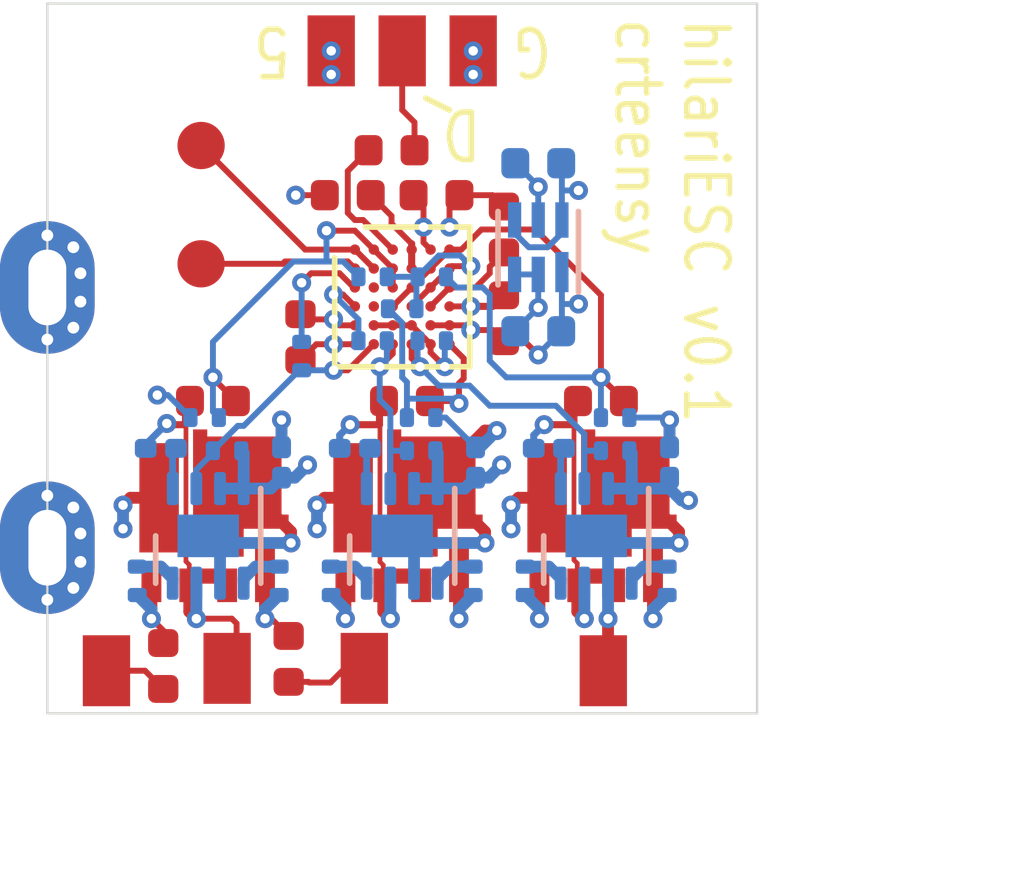
<source format=kicad_pcb>
(kicad_pcb (version 20171130) (host pcbnew "(5.1.4)-1")
  (layers (0 "F.Cu_(sig)" signal) (1 "In1.Cu_(power)" signal) (2 "In2.Cu_(Gnd)" signal) (31 "B.Cu_(sig)" signal) (34 B.Paste user) (35 F.Paste user) (36 B.SilkS user) (37 F.SilkS user) (38 B.Mask user) (39 F.Mask user) (44 Edge.Cuts user))
  (net 0 "")
  (net 1 "Net-(U1-PadD2)")
  (net 2 "Net-(U1-PadC2)")
  (net 3 GND)
  (net 4 COM1_INM_A)
  (net 5 NRST)
  (net 6 COM1_INP)
  (net 7 COM1_INM_C)
  (net 8 COM1_INM_B)
  (net 9 BOOT0)
  (net 10 Rx)
  (net 11 3V3_route)
  (net 12 SWCLK)
  (net 13 SWDIO)
  (net 14 +5V)
  (net 15 "Net-(C8-Pad1)")
  (net 16 AL)
  (net 17 AH)
  (net 18 +BATT)
  (net 19 A)
  (net 20 "Net-(R5-Pad2)")
  (net 21 "Net-(R5-Pad1)")
  (net 22 "Net-(R6-Pad2)")
  (net 23 "Net-(R6-Pad1)")
  (net 24 "Net-(C9-Pad1)")
  (net 25 "Net-(C10-Pad1)")
  (net 26 "Net-(R9-Pad1)")
  (net 27 "Net-(R9-Pad2)")
  (net 28 "Net-(R12-Pad1)")
  (net 29 "Net-(R12-Pad2)")
  (net 30 "Net-(R16-Pad1)")
  (net 31 "Net-(R16-Pad2)")
  (net 32 "Net-(R19-Pad1)")
  (net 33 "Net-(R19-Pad2)")
  (net 34 B)
  (net 35 C)
  (net 36 BL)
  (net 37 BH)
  (net 38 CL)
  (net 39 CH)
  (net 40 "Net-(R23-Pad1)")
  (net 41 "Net-(FID4-Pad1)")
  (net 42 "Net-(FID5-Pad1)")
  (module footprints:PowerPair_3.3x3.3F_BWL (layer "F.Cu_(sig)") (at 61.6 60.7 90)
    (fp_text reference U3 hide)
    (fp_text value SIZF360DT-T1-GE3 hide)
    (pad 5 smd custom (at 0.61 0.68 90) (size 1 1) (layers "F.Cu_(sig)" F.Paste F.Mask) (net 3 GND) (options (clearance outline) (anchor rect)) (primitives (gr_poly (pts (xy 1.09 -0.7) (xy 0.94 -0.7) (xy 0.94 1.02) (xy 0.64 1.02) (xy 0.64 0.87) (xy -0.71 0.87) (xy -0.71 1.02) (xy -1.01 1.02) (xy -1.01 0.07) (xy -1.6 0.07) (xy -1.6 -1) (xy 1.09 -1)) (width 0))))
    (pad 23 smd custom (at -1.595 -0.4 90) (size 0.71 0.42) (layers "F.Cu_(sig)" F.Paste F.Mask) (net 19 A) (options (clearance outline) (anchor rect)) (primitives (gr_poly (pts (xy 0.355 1.01) (xy -0.355 1.01) (xy -0.355 0.59) (xy 0.355 0.59)) (width 0)) (gr_poly (pts (xy 0.355 0.6) (xy 0.035 0.6) (xy 0.035 0.2) (xy 0.355 0.2)) (width 0))))
    (pad 6 smd rect (at 0.255 -1.0375 90) (size 2.31 0.835) (layers "F.Cu_(sig)" F.Paste F.Mask) (net 18 +BATT))
    (pad 4 smd rect (at -1.345 1.2 90) (size 1.21 0.42) (layers "F.Cu_(sig)" F.Paste F.Mask) (net 23 "Net-(R6-Pad1)"))
    (pad 1 smd rect (at -1.57 -1.2 90) (size 0.76 0.42) (layers "F.Cu_(sig)" F.Paste F.Mask) (net 21 "Net-(R5-Pad1)"))
  )
  (module footprints:PowerPair_3.3x3.3F_BWL (layer "F.Cu_(sig)") (at 53.4 60.7 90)
    (fp_text reference U7 hide)
    (fp_text value SIZF360DT-T1-GE3 hide)
    (pad 5 smd custom (at 0.61 0.68 90) (size 1 1) (layers "F.Cu_(sig)" F.Paste F.Mask) (net 3 GND) (options (clearance outline) (anchor rect)) (primitives (gr_poly (pts (xy 1.09 -0.7) (xy 0.94 -0.7) (xy 0.94 1.02) (xy 0.64 1.02) (xy 0.64 0.87) (xy -0.71 0.87) (xy -0.71 1.02) (xy -1.01 1.02) (xy -1.01 0.07) (xy -1.6 0.07) (xy -1.6 -1) (xy 1.09 -1)) (width 0))))
    (pad 23 smd custom (at -1.595 -0.4 90) (size 0.71 0.42) (layers "F.Cu_(sig)" F.Paste F.Mask) (net 35 C) (options (clearance outline) (anchor rect)) (primitives (gr_poly (pts (xy 0.355 1.01) (xy -0.355 1.01) (xy -0.355 0.59) (xy 0.355 0.59)) (width 0)) (gr_poly (pts (xy 0.355 0.6) (xy 0.035 0.6) (xy 0.035 0.2) (xy 0.355 0.2)) (width 0))))
    (pad 6 smd rect (at 0.255 -1.0375 90) (size 2.31 0.835) (layers "F.Cu_(sig)" F.Paste F.Mask) (net 18 +BATT))
    (pad 4 smd rect (at -1.345 1.2 90) (size 1.21 0.42) (layers "F.Cu_(sig)" F.Paste F.Mask) (net 32 "Net-(R19-Pad1)"))
    (pad 1 smd rect (at -1.57 -1.2 90) (size 0.76 0.42) (layers "F.Cu_(sig)" F.Paste F.Mask) (net 30 "Net-(R16-Pad1)"))
  )
  (module footprints:PowerPair_3.3x3.3F_BWL (layer "F.Cu_(sig)") (at 57.5 60.7 90)
    (fp_text reference U5 hide)
    (fp_text value SIZF360DT-T1-GE3 hide)
    (pad 5 smd custom (at 0.61 0.68 90) (size 1 1) (layers "F.Cu_(sig)" F.Paste F.Mask) (net 3 GND) (options (clearance outline) (anchor rect)) (primitives (gr_poly (pts (xy 1.09 -0.7) (xy 0.94 -0.7) (xy 0.94 1.02) (xy 0.64 1.02) (xy 0.64 0.87) (xy -0.71 0.87) (xy -0.71 1.02) (xy -1.01 1.02) (xy -1.01 0.07) (xy -1.6 0.07) (xy -1.6 -1) (xy 1.09 -1)) (width 0))))
    (pad 23 smd custom (at -1.595 -0.4 90) (size 0.71 0.42) (layers "F.Cu_(sig)" F.Paste F.Mask) (net 34 B) (options (clearance outline) (anchor rect)) (primitives (gr_poly (pts (xy 0.355 1.01) (xy -0.355 1.01) (xy -0.355 0.59) (xy 0.355 0.59)) (width 0)) (gr_poly (pts (xy 0.355 0.6) (xy 0.035 0.6) (xy 0.035 0.2) (xy 0.355 0.2)) (width 0))))
    (pad 6 smd rect (at 0.255 -1.0375 90) (size 2.31 0.835) (layers "F.Cu_(sig)" F.Paste F.Mask) (net 18 +BATT))
    (pad 4 smd rect (at -1.345 1.2 90) (size 1.21 0.42) (layers "F.Cu_(sig)" F.Paste F.Mask) (net 28 "Net-(R12-Pad1)"))
    (pad 1 smd rect (at -1.57 -1.2 90) (size 0.76 0.42) (layers "F.Cu_(sig)" F.Paste F.Mask) (net 26 "Net-(R9-Pad1)"))
  )
  (module footprints:DFN-8-1EP_2x2mm_P0.5mm_EP0.9x1.3mm_dense (layer "B.Cu_(sig)") (at 53.4 61.25 270)
    (fp_text reference U8 hide)
    (fp_text value NCP81253MNTBG hide)
    (pad 1 smd roundrect (at -1 0.75 270) (size 0.7 0.25) (layers "B.Cu_(sig)" B.Paste B.Mask) (net 25 "Net-(C10-Pad1)"))
    (pad 2 smd roundrect (at -1 0.25 270) (size 0.7 0.25) (layers "B.Cu_(sig)" B.Paste B.Mask) (net 38 CL))
    (pad 3 smd roundrect (at -1 -0.25 270) (size 0.7 0.25) (layers "B.Cu_(sig)" B.Paste B.Mask) (net 14 +5V))
    (pad 4 smd roundrect (at -1 -0.75 270) (size 0.7 0.25) (layers "B.Cu_(sig)" B.Paste B.Mask) (net 14 +5V))
    (pad 5 smd roundrect (at 1 -0.75 270) (size 0.7 0.25) (layers "B.Cu_(sig)" B.Paste B.Mask) (net 33 "Net-(R19-Pad2)"))
    (pad 6 smd roundrect (at 1 -0.25 270) (size 0.7 0.25) (layers "B.Cu_(sig)" B.Paste B.Mask) (net 3 GND))
    (pad 7 smd roundrect (at 1 0.25 270) (size 0.7 0.25) (layers "B.Cu_(sig)" B.Paste B.Mask) (net 35 C))
    (pad 8 smd roundrect (at 1 0.75 270) (size 0.7 0.25) (layers "B.Cu_(sig)" B.Paste B.Mask) (net 31 "Net-(R16-Pad2)"))
    (pad 9 smd rect (at 0 0 270) (size 0.9 1.3) (layers "B.Cu_(sig)" B.Mask) (net 3 GND))
  )
  (module footprints:DFN-8-1EP_2x2mm_P0.5mm_EP0.9x1.3mm_dense (layer "B.Cu_(sig)") (at 57.5 61.25 270)
    (fp_text reference U6 hide)
    (fp_text value NCP81253MNTBG hide)
    (pad 1 smd roundrect (at -1 0.75 270) (size 0.7 0.25) (layers "B.Cu_(sig)" B.Paste B.Mask) (net 24 "Net-(C9-Pad1)"))
    (pad 2 smd roundrect (at -1 0.25 270) (size 0.7 0.25) (layers "B.Cu_(sig)" B.Paste B.Mask) (net 36 BL))
    (pad 3 smd roundrect (at -1 -0.25 270) (size 0.7 0.25) (layers "B.Cu_(sig)" B.Paste B.Mask) (net 14 +5V))
    (pad 4 smd roundrect (at -1 -0.75 270) (size 0.7 0.25) (layers "B.Cu_(sig)" B.Paste B.Mask) (net 14 +5V))
    (pad 5 smd roundrect (at 1 -0.75 270) (size 0.7 0.25) (layers "B.Cu_(sig)" B.Paste B.Mask) (net 29 "Net-(R12-Pad2)"))
    (pad 6 smd roundrect (at 1 -0.25 270) (size 0.7 0.25) (layers "B.Cu_(sig)" B.Paste B.Mask) (net 3 GND))
    (pad 7 smd roundrect (at 1 0.25 270) (size 0.7 0.25) (layers "B.Cu_(sig)" B.Paste B.Mask) (net 34 B))
    (pad 8 smd roundrect (at 1 0.75 270) (size 0.7 0.25) (layers "B.Cu_(sig)" B.Paste B.Mask) (net 27 "Net-(R9-Pad2)"))
    (pad 9 smd rect (at 0 0 270) (size 0.9 1.3) (layers "B.Cu_(sig)" B.Mask) (net 3 GND))
  )
  (module footprints:DFN-8-1EP_2x2mm_P0.5mm_EP0.9x1.3mm_dense (layer "B.Cu_(sig)") (at 61.6 61.25 270)
    (fp_text reference U4 hide)
    (fp_text value NCP81253MNTBG hide)
    (pad 1 smd roundrect (at -1 0.75 270) (size 0.7 0.25) (layers "B.Cu_(sig)" B.Paste B.Mask) (net 15 "Net-(C8-Pad1)"))
    (pad 2 smd roundrect (at -1 0.25 270) (size 0.7 0.25) (layers "B.Cu_(sig)" B.Paste B.Mask) (net 16 AL))
    (pad 3 smd roundrect (at -1 -0.25 270) (size 0.7 0.25) (layers "B.Cu_(sig)" B.Paste B.Mask) (net 14 +5V))
    (pad 4 smd roundrect (at -1 -0.75 270) (size 0.7 0.25) (layers "B.Cu_(sig)" B.Paste B.Mask) (net 14 +5V))
    (pad 5 smd roundrect (at 1 -0.75 270) (size 0.7 0.25) (layers "B.Cu_(sig)" B.Paste B.Mask) (net 22 "Net-(R6-Pad2)"))
    (pad 6 smd roundrect (at 1 -0.25 270) (size 0.7 0.25) (layers "B.Cu_(sig)" B.Paste B.Mask) (net 3 GND))
    (pad 7 smd roundrect (at 1 0.25 270) (size 0.7 0.25) (layers "B.Cu_(sig)" B.Paste B.Mask) (net 19 A))
    (pad 8 smd roundrect (at 1 0.75 270) (size 0.7 0.25) (layers "B.Cu_(sig)" B.Paste B.Mask) (net 20 "Net-(R5-Pad2)"))
    (pad 9 smd rect (at 0 0 270) (size 0.9 1.3) (layers "B.Cu_(sig)" B.Mask) (net 3 GND))
  )
  (module footprints:pad_io_1x1.5mm (layer "F.Cu_(sig)") (at 59 51)
    (fp_text reference TP8 hide)
    (fp_text value TestPoint_Flag hide)
    (pad 1 smd rect (at 0 0) (size 1 1.5) (layers "F.Cu_(sig)" F.Mask) (net 3 GND))
  )
  (module footprints:pad_io_1x1.5mm (layer "F.Cu_(sig)") (at 57.5 51)
    (fp_text reference TP7 hide)
    (fp_text value TestPoint_Flag hide)
    (pad 1 smd rect (at 0 0) (size 1 1.5) (layers "F.Cu_(sig)" F.Mask) (net 10 Rx))
  )
  (module footprints:pad_io_1x1.5mm (layer "F.Cu_(sig)") (at 56 51)
    (fp_text reference TP6 hide)
    (fp_text value TestPoint_Flag hide)
    (pad 1 smd rect (at 0 0) (size 1 1.5) (layers "F.Cu_(sig)" F.Mask) (net 14 +5V))
  )
  (module footprints:batt_pad_wide_relaxed (layer "F.Cu_(sig)") (at 50 56 270)
    (fp_text reference TP3 hide)
    (fp_text value TestPoint_Flag hide)
    (pad 1 thru_hole circle (at 1.1 0 270) (size 0.5 0.5) (drill 0.25) (layers *.Cu *.Mask) (net 3 GND))
    (pad 1 thru_hole circle (at -1.1 0 270) (size 0.5 0.5) (drill 0.25) (layers *.Cu *.Mask) (net 3 GND))
    (pad 1 thru_hole circle (at 0.85 -0.55 270) (size 0.5 0.5) (drill 0.25) (layers *.Cu *.Mask) (net 3 GND))
    (pad 1 thru_hole circle (at 0.3 -0.7 270) (size 0.5 0.5) (drill 0.25) (layers *.Cu *.Mask) (net 3 GND))
    (pad 1 thru_hole circle (at -0.85 -0.55 270) (size 0.5 0.5) (drill 0.25) (layers *.Cu *.Mask) (net 3 GND))
    (pad 1 thru_hole oval (at 0 0 270) (size 2.8 2) (drill oval 1.6 0.8) (layers *.Cu *.Mask) (net 3 GND))
    (pad 1 thru_hole circle (at -0.3 -0.7 270) (size 0.5 0.5) (drill 0.25) (layers *.Cu *.Mask) (net 3 GND))
  )
  (module footprints:batt_pad_wide_relaxed (layer "F.Cu_(sig)") (at 50 61.5 270)
    (fp_text reference TP2 hide)
    (fp_text value TestPoint_Flag hide)
    (pad 1 thru_hole circle (at 1.1 0 270) (size 0.5 0.5) (drill 0.25) (layers *.Cu *.Mask) (net 18 +BATT))
    (pad 1 thru_hole circle (at -1.1 0 270) (size 0.5 0.5) (drill 0.25) (layers *.Cu *.Mask) (net 18 +BATT))
    (pad 1 thru_hole circle (at 0.85 -0.55 270) (size 0.5 0.5) (drill 0.25) (layers *.Cu *.Mask) (net 18 +BATT))
    (pad 1 thru_hole circle (at 0.3 -0.7 270) (size 0.5 0.5) (drill 0.25) (layers *.Cu *.Mask) (net 18 +BATT))
    (pad 1 thru_hole circle (at -0.85 -0.55 270) (size 0.5 0.5) (drill 0.25) (layers *.Cu *.Mask) (net 18 +BATT))
    (pad 1 thru_hole oval (at 0 0 270) (size 2.8 2) (drill oval 1.6 0.8) (layers *.Cu *.Mask) (net 18 +BATT))
    (pad 1 thru_hole circle (at -0.3 -0.7 270) (size 0.5 0.5) (drill 0.25) (layers *.Cu *.Mask) (net 18 +BATT))
  )
  (module footprints:R_0201_0603Metric_mod (layer "B.Cu_(sig)") (at 53.325 58.75 180)
    (fp_text reference R22 hide)
    (fp_text value 1k hide)
    (pad 1 smd roundrect (at -0.3 0 180) (size 0.3 0.4) (layers "B.Cu_(sig)" B.Paste B.Mask) (net 7 COM1_INM_C))
    (pad 2 smd roundrect (at 0.3 0 180) (size 0.3 0.4) (layers "B.Cu_(sig)" B.Paste B.Mask) (net 3 GND))
  )
  (module footprints:R_0201_0603Metric_mod (layer "B.Cu_(sig)") (at 55.375 57.45 270)
    (fp_text reference R21 hide)
    (fp_text value 2k7 hide)
    (pad 1 smd roundrect (at -0.3 0 270) (size 0.3 0.4) (layers "B.Cu_(sig)" B.Paste B.Mask) (net 39 CH))
    (pad 2 smd roundrect (at 0.3 0 270) (size 0.3 0.4) (layers "B.Cu_(sig)" B.Paste B.Mask) (net 38 CL))
  )
  (module footprints:R_0201_0603Metric_mod (layer "B.Cu_(sig)") (at 56.875 55.775 180)
    (fp_text reference R20 hide)
    (fp_text value 10k hide)
    (pad 1 smd roundrect (at -0.3 0 180) (size 0.3 0.4) (layers "B.Cu_(sig)" B.Paste B.Mask) (net 6 COM1_INP))
    (pad 2 smd roundrect (at 0.3 0 180) (size 0.3 0.4) (layers "B.Cu_(sig)" B.Paste B.Mask) (net 7 COM1_INM_C))
  )
  (module footprints:R_0201_0603Metric_mod (layer "B.Cu_(sig)") (at 54.9 62.2 90)
    (fp_text reference R19 hide)
    (fp_text value 10R hide)
    (pad 1 smd roundrect (at -0.3 0 90) (size 0.3 0.4) (layers "B.Cu_(sig)" B.Paste B.Mask) (net 32 "Net-(R19-Pad1)"))
    (pad 2 smd roundrect (at 0.3 0 90) (size 0.3 0.4) (layers "B.Cu_(sig)" B.Paste B.Mask) (net 33 "Net-(R19-Pad2)"))
  )
  (module footprints:R_0201_0603Metric_mod (layer "B.Cu_(sig)") (at 53.8 59.45)
    (fp_text reference R17 hide)
    (fp_text value 3k9 hide)
    (pad 1 smd roundrect (at -0.3 0) (size 0.3 0.4) (layers "B.Cu_(sig)" B.Paste B.Mask) (net 38 CL))
    (pad 2 smd roundrect (at 0.3 0) (size 0.3 0.4) (layers "B.Cu_(sig)" B.Paste B.Mask) (net 14 +5V))
  )
  (module footprints:R_0201_0603Metric_mod (layer "B.Cu_(sig)") (at 51.9 62.2 90)
    (fp_text reference R16 hide)
    (fp_text value 10R hide)
    (pad 1 smd roundrect (at -0.3 0 90) (size 0.3 0.4) (layers "B.Cu_(sig)" B.Paste B.Mask) (net 30 "Net-(R16-Pad1)"))
    (pad 2 smd roundrect (at 0.3 0 90) (size 0.3 0.4) (layers "B.Cu_(sig)" B.Paste B.Mask) (net 31 "Net-(R16-Pad2)"))
  )
  (module footprints:R_0201_0603Metric_mod (layer "B.Cu_(sig)") (at 57.9 58.75)
    (fp_text reference R15 hide)
    (fp_text value 1k hide)
    (pad 1 smd roundrect (at -0.3 0) (size 0.3 0.4) (layers "B.Cu_(sig)" B.Paste B.Mask) (net 8 COM1_INM_B))
    (pad 2 smd roundrect (at 0.3 0) (size 0.3 0.4) (layers "B.Cu_(sig)" B.Paste B.Mask) (net 3 GND))
  )
  (module footprints:R_0201_0603Metric_mod (layer "B.Cu_(sig)") (at 56.875 57.125)
    (fp_text reference R14 hide)
    (fp_text value 2k7 hide)
    (pad 1 smd roundrect (at -0.3 0) (size 0.3 0.4) (layers "B.Cu_(sig)" B.Paste B.Mask) (net 37 BH))
    (pad 2 smd roundrect (at 0.3 0) (size 0.3 0.4) (layers "B.Cu_(sig)" B.Paste B.Mask) (net 36 BL))
  )
  (module footprints:R_0201_0603Metric_mod (layer "B.Cu_(sig)") (at 57.5 56.45 180)
    (fp_text reference R13 hide)
    (fp_text value 10k hide)
    (pad 1 smd roundrect (at -0.3 0 180) (size 0.3 0.4) (layers "B.Cu_(sig)" B.Paste B.Mask) (net 6 COM1_INP))
    (pad 2 smd roundrect (at 0.3 0 180) (size 0.3 0.4) (layers "B.Cu_(sig)" B.Paste B.Mask) (net 8 COM1_INM_B))
  )
  (module footprints:R_0201_0603Metric_mod (layer "B.Cu_(sig)") (at 59 62.2 90)
    (fp_text reference R12 hide)
    (fp_text value 10R hide)
    (pad 1 smd roundrect (at -0.3 0 90) (size 0.3 0.4) (layers "B.Cu_(sig)" B.Paste B.Mask) (net 28 "Net-(R12-Pad1)"))
    (pad 2 smd roundrect (at 0.3 0 90) (size 0.3 0.4) (layers "B.Cu_(sig)" B.Paste B.Mask) (net 29 "Net-(R12-Pad2)"))
  )
  (module footprints:R_0201_0603Metric_mod (layer "B.Cu_(sig)") (at 57.9 59.45)
    (fp_text reference R10 hide)
    (fp_text value 3k9 hide)
    (pad 1 smd roundrect (at -0.3 0) (size 0.3 0.4) (layers "B.Cu_(sig)" B.Paste B.Mask) (net 36 BL))
    (pad 2 smd roundrect (at 0.3 0) (size 0.3 0.4) (layers "B.Cu_(sig)" B.Paste B.Mask) (net 14 +5V))
  )
  (module footprints:R_0201_0603Metric_mod (layer "B.Cu_(sig)") (at 56 62.2 90)
    (fp_text reference R9 hide)
    (fp_text value 10R hide)
    (pad 1 smd roundrect (at -0.3 0 90) (size 0.3 0.4) (layers "B.Cu_(sig)" B.Paste B.Mask) (net 26 "Net-(R9-Pad1)"))
    (pad 2 smd roundrect (at 0.3 0 90) (size 0.3 0.4) (layers "B.Cu_(sig)" B.Paste B.Mask) (net 27 "Net-(R9-Pad2)"))
  )
  (module footprints:R_0201_0603Metric_mod (layer "B.Cu_(sig)") (at 58.125 57.125 180)
    (fp_text reference R8 hide)
    (fp_text value 2k7 hide)
    (pad 1 smd roundrect (at -0.3 0 180) (size 0.3 0.4) (layers "B.Cu_(sig)" B.Paste B.Mask) (net 17 AH))
    (pad 2 smd roundrect (at 0.3 0 180) (size 0.3 0.4) (layers "B.Cu_(sig)" B.Paste B.Mask) (net 16 AL))
  )
  (module footprints:R_0201_0603Metric_mod (layer "B.Cu_(sig)") (at 62 59.45)
    (fp_text reference R7 hide)
    (fp_text value 3k9 hide)
    (pad 1 smd roundrect (at -0.3 0) (size 0.3 0.4) (layers "B.Cu_(sig)" B.Paste B.Mask) (net 16 AL))
    (pad 2 smd roundrect (at 0.3 0) (size 0.3 0.4) (layers "B.Cu_(sig)" B.Paste B.Mask) (net 14 +5V))
  )
  (module footprints:R_0201_0603Metric_mod (layer "B.Cu_(sig)") (at 63.1 62.2 90)
    (fp_text reference R6 hide)
    (fp_text value 10R hide)
    (pad 1 smd roundrect (at -0.3 0 90) (size 0.3 0.4) (layers "B.Cu_(sig)" B.Paste B.Mask) (net 23 "Net-(R6-Pad1)"))
    (pad 2 smd roundrect (at 0.3 0 90) (size 0.3 0.4) (layers "B.Cu_(sig)" B.Paste B.Mask) (net 22 "Net-(R6-Pad2)"))
  )
  (module footprints:R_0201_0603Metric_mod (layer "B.Cu_(sig)") (at 60.1 62.2 90)
    (fp_text reference R5 hide)
    (fp_text value 10R hide)
    (pad 1 smd roundrect (at -0.3 0 90) (size 0.3 0.4) (layers "B.Cu_(sig)" B.Paste B.Mask) (net 21 "Net-(R5-Pad1)"))
    (pad 2 smd roundrect (at 0.3 0 90) (size 0.3 0.4) (layers "B.Cu_(sig)" B.Paste B.Mask) (net 20 "Net-(R5-Pad2)"))
  )
  (module footprints:R_0201_0603Metric_mod (layer "B.Cu_(sig)") (at 62 58.75)
    (fp_text reference R4 hide)
    (fp_text value 1k hide)
    (pad 1 smd roundrect (at -0.3 0) (size 0.3 0.4) (layers "B.Cu_(sig)" B.Paste B.Mask) (net 4 COM1_INM_A))
    (pad 2 smd roundrect (at 0.3 0) (size 0.3 0.4) (layers "B.Cu_(sig)" B.Paste B.Mask) (net 3 GND))
  )
  (module footprints:R_0201_0603Metric_mod (layer "B.Cu_(sig)") (at 58.125 55.775)
    (fp_text reference R3 hide)
    (fp_text value 10k hide)
    (pad 1 smd roundrect (at -0.3 0) (size 0.3 0.4) (layers "B.Cu_(sig)" B.Paste B.Mask) (net 6 COM1_INP))
    (pad 2 smd roundrect (at 0.3 0) (size 0.3 0.4) (layers "B.Cu_(sig)" B.Paste B.Mask) (net 4 COM1_INM_A))
  )
  (module footprints:pad_io_1x1.5mm (layer "F.Cu_(sig)") (at 61.75 64.1)
    (fp_text reference FID6 hide)
    (fp_text value GND hide)
    (pad 1 smd rect (at 0 0) (size 1 1.5) (layers "F.Cu_(sig)" F.Mask) (net 3 GND))
  )
  (module footprints:pad_io_1x1.5mm (layer "F.Cu_(sig)") (at 51.25 64.1)
    (fp_text reference FID5 hide)
    (fp_text value CGH hide)
    (pad 1 smd rect (at 0 0) (size 1 1.5) (layers "F.Cu_(sig)" F.Mask) (net 42 "Net-(FID5-Pad1)"))
  )
  (module footprints:pad_io_1x1.5mm (layer "F.Cu_(sig)") (at 56.7 64.05)
    (fp_text reference FID4 hide)
    (fp_text value CGL hide)
    (pad 1 smd rect (at 0 0) (size 1 1.5) (layers "F.Cu_(sig)" F.Mask) (net 41 "Net-(FID4-Pad1)"))
  )
  (module footprints:pad_io_1x1.5mm (layer "F.Cu_(sig)") (at 53.8 64.05)
    (fp_text reference FID3 hide)
    (fp_text value C hide)
    (pad 1 smd rect (at 0 0) (size 1 1.5) (layers "F.Cu_(sig)" F.Mask) (net 35 C))
  )
  (module footprints:TestPoint_Pad_D1.0mm_dense (layer "F.Cu_(sig)") (at 53.25 53 90)
    (fp_text reference FID2 hide)
    (fp_text value SWCLK hide)
    (pad 1 smd circle (at 0 0 90) (size 1 1) (layers "F.Cu_(sig)" F.Mask) (net 12 SWCLK))
  )
  (module footprints:TestPoint_Pad_D1.0mm_dense (layer "F.Cu_(sig)") (at 53.25 55.5 90)
    (fp_text reference FID1 hide)
    (fp_text value SWDIO hide)
    (pad 1 smd circle (at 0 0 90) (size 1 1) (layers "F.Cu_(sig)" F.Mask) (net 13 SWDIO))
  )
  (module Resistor_SMD:R_0402_1005Metric (layer "F.Cu_(sig)") (at 52.45 64 90)
    (fp_text reference R25 hide)
    (fp_text value 10M hide)
    (pad 2 smd roundrect (at 0.485 0 90) (size 0.59 0.64) (layers "F.Cu_(sig)" F.Paste F.Mask) (net 30 "Net-(R16-Pad1)"))
    (pad 1 smd roundrect (at -0.485 0 90) (size 0.59 0.64) (layers "F.Cu_(sig)" F.Paste F.Mask) (net 42 "Net-(FID5-Pad1)"))
  )
  (module Resistor_SMD:R_0402_1005Metric (layer "F.Cu_(sig)") (at 55.1 63.85 90)
    (fp_text reference R24 hide)
    (fp_text value 10M hide)
    (pad 2 smd roundrect (at 0.485 0 90) (size 0.59 0.64) (layers "F.Cu_(sig)" F.Paste F.Mask) (net 32 "Net-(R19-Pad1)"))
    (pad 1 smd roundrect (at -0.485 0 90) (size 0.59 0.64) (layers "F.Cu_(sig)" F.Paste F.Mask) (net 41 "Net-(FID4-Pad1)"))
  )
  (module Capacitor_SMD:C_0402_1005Metric (layer "B.Cu_(sig)") (at 60.375 53.375 180)
    (fp_text reference C12 hide)
    (fp_text value 1u hide)
    (pad 2 smd roundrect (at 0.485 0 180) (size 0.59 0.64) (layers "B.Cu_(sig)" B.Paste B.Mask) (net 3 GND))
    (pad 1 smd roundrect (at -0.485 0 180) (size 0.59 0.64) (layers "B.Cu_(sig)" B.Paste B.Mask) (net 14 +5V))
  )
  (module Capacitor_SMD:C_0402_1005Metric (layer "B.Cu_(sig)") (at 60.375 56.925 180)
    (fp_text reference C11 hide)
    (fp_text value 4u7 hide)
    (pad 2 smd roundrect (at 0.485 0 180) (size 0.59 0.64) (layers "B.Cu_(sig)" B.Paste B.Mask) (net 3 GND))
    (pad 1 smd roundrect (at -0.485 0 180) (size 0.59 0.64) (layers "B.Cu_(sig)" B.Paste B.Mask) (net 11 3V3_route))
  )
  (module Resistor_SMD:R_0402_1005Metric (layer "F.Cu_(sig)") (at 57.275 53.1)
    (fp_text reference R23 hide)
    (fp_text value 1k hide)
    (pad 2 smd roundrect (at 0.485 0) (size 0.59 0.64) (layers "F.Cu_(sig)" F.Paste F.Mask) (net 10 Rx))
    (pad 1 smd roundrect (at -0.485 0) (size 0.59 0.64) (layers "F.Cu_(sig)" F.Paste F.Mask) (net 40 "Net-(R23-Pad1)"))
  )
  (module Resistor_SMD:R_0402_1005Metric (layer "F.Cu_(sig)") (at 56.35 54.05 180)
    (fp_text reference R1 hide)
    (fp_text value 1k hide)
    (pad 2 smd roundrect (at 0.485 0 180) (size 0.59 0.64) (layers "F.Cu_(sig)" F.Paste F.Mask) (net 3 GND))
    (pad 1 smd roundrect (at -0.485 0 180) (size 0.59 0.64) (layers "F.Cu_(sig)" F.Paste F.Mask) (net 9 BOOT0))
  )
  (module Capacitor_SMD:C_0402_1005Metric (layer "F.Cu_(sig)") (at 59.65 54.775 90)
    (fp_text reference C4 hide)
    (fp_text value 100n hide)
    (pad 2 smd roundrect (at 0.485 0 90) (size 0.59 0.64) (layers "F.Cu_(sig)" F.Paste F.Mask) (net 3 GND))
    (pad 1 smd roundrect (at -0.485 0 90) (size 0.59 0.64) (layers "F.Cu_(sig)" F.Paste F.Mask) (net 5 NRST))
  )
  (module Capacitor_SMD:C_0402_1005Metric (layer "F.Cu_(sig)") (at 55.35 57.05 270)
    (fp_text reference C3 hide)
    (fp_text value 100n hide)
    (pad 2 smd roundrect (at 0.485 0 270) (size 0.59 0.64) (layers "F.Cu_(sig)" F.Paste F.Mask) (net 3 GND))
    (pad 1 smd roundrect (at -0.485 0 270) (size 0.59 0.64) (layers "F.Cu_(sig)" F.Paste F.Mask) (net 11 3V3_route))
  )
  (module Capacitor_SMD:C_0402_1005Metric (layer "F.Cu_(sig)") (at 59.65 56.65 90)
    (fp_text reference C2 hide)
    (fp_text value 100n hide)
    (pad 2 smd roundrect (at 0.485 0 90) (size 0.59 0.64) (layers "F.Cu_(sig)" F.Paste F.Mask) (net 3 GND))
    (pad 1 smd roundrect (at -0.485 0 90) (size 0.59 0.64) (layers "F.Cu_(sig)" F.Paste F.Mask) (net 11 3V3_route))
  )
  (module Capacitor_SMD:C_0402_1005Metric (layer "F.Cu_(sig)") (at 58.225 54.05)
    (fp_text reference C1 hide)
    (fp_text value 100n hide)
    (pad 2 smd roundrect (at 0.485 0) (size 0.59 0.64) (layers "F.Cu_(sig)" F.Paste F.Mask) (net 3 GND))
    (pad 1 smd roundrect (at -0.485 0) (size 0.59 0.64) (layers "F.Cu_(sig)" F.Paste F.Mask) (net 11 3V3_route))
  )
  (module Resistor_SMD:R_0402_1005Metric (layer "F.Cu_(sig)") (at 53.5 58.4)
    (fp_text reference R18 hide)
    (fp_text value 10k hide)
    (pad 2 smd roundrect (at 0.485 0) (size 0.59 0.64) (layers "F.Cu_(sig)" F.Paste F.Mask) (net 7 COM1_INM_C))
    (pad 1 smd roundrect (at -0.485 0) (size 0.59 0.64) (layers "F.Cu_(sig)" F.Paste F.Mask) (net 35 C))
  )
  (module Resistor_SMD:R_0402_1005Metric (layer "F.Cu_(sig)") (at 57.6 58.4)
    (fp_text reference R11 hide)
    (fp_text value 10k hide)
    (pad 2 smd roundrect (at 0.485 0) (size 0.59 0.64) (layers "F.Cu_(sig)" F.Paste F.Mask) (net 8 COM1_INM_B))
    (pad 1 smd roundrect (at -0.485 0) (size 0.59 0.64) (layers "F.Cu_(sig)" F.Paste F.Mask) (net 34 B))
  )
  (module Capacitor_SMD:C_0201_0603Metric (layer "B.Cu_(sig)") (at 52.4 59.4 180)
    (fp_text reference C10 hide)
    (fp_text value 100n hide)
    (pad 2 smd roundrect (at 0.32 0 180) (size 0.46 0.4) (layers "B.Cu_(sig)" B.Mask) (net 35 C))
    (pad 1 smd roundrect (at -0.32 0 180) (size 0.46 0.4) (layers "B.Cu_(sig)" B.Mask) (net 25 "Net-(C10-Pad1)"))
  )
  (module Capacitor_SMD:C_0201_0603Metric (layer "B.Cu_(sig)") (at 56.5 59.4 180)
    (fp_text reference C9 hide)
    (fp_text value 100n hide)
    (pad 2 smd roundrect (at 0.32 0 180) (size 0.46 0.4) (layers "B.Cu_(sig)" B.Mask) (net 34 B))
    (pad 1 smd roundrect (at -0.32 0 180) (size 0.46 0.4) (layers "B.Cu_(sig)" B.Mask) (net 24 "Net-(C9-Pad1)"))
  )
  (module Resistor_SMD:R_0402_1005Metric (layer "F.Cu_(sig)") (at 61.7 58.4)
    (fp_text reference R2 hide)
    (fp_text value 10k hide)
    (pad 2 smd roundrect (at 0.485 0) (size 0.59 0.64) (layers "F.Cu_(sig)" F.Paste F.Mask) (net 4 COM1_INM_A))
    (pad 1 smd roundrect (at -0.485 0) (size 0.59 0.64) (layers "F.Cu_(sig)" F.Paste F.Mask) (net 19 A))
  )
  (module Capacitor_SMD:C_0201_0603Metric (layer "B.Cu_(sig)") (at 60.6 59.4 180)
    (fp_text reference C8 hide)
    (fp_text value 100n hide)
    (pad 2 smd roundrect (at 0.32 0 180) (size 0.46 0.4) (layers "B.Cu_(sig)" B.Mask) (net 19 A))
    (pad 1 smd roundrect (at -0.32 0 180) (size 0.46 0.4) (layers "B.Cu_(sig)" B.Mask) (net 15 "Net-(C8-Pad1)"))
  )
  (module Capacitor_SMD:C_0201_0603Metric (layer "B.Cu_(sig)") (at 54.95 59.7 90)
    (fp_text reference C7 hide)
    (fp_text value 1u hide)
    (pad 2 smd roundrect (at 0.32 0 90) (size 0.46 0.4) (layers "B.Cu_(sig)" B.Mask) (net 3 GND))
    (pad 1 smd roundrect (at -0.32 0 90) (size 0.46 0.4) (layers "B.Cu_(sig)" B.Mask) (net 14 +5V))
  )
  (module Capacitor_SMD:C_0201_0603Metric (layer "B.Cu_(sig)") (at 63.15 59.7 90)
    (fp_text reference C6 hide)
    (fp_text value 1u hide)
    (pad 2 smd roundrect (at 0.32 0 90) (size 0.46 0.4) (layers "B.Cu_(sig)" B.Mask) (net 3 GND))
    (pad 1 smd roundrect (at -0.32 0 90) (size 0.46 0.4) (layers "B.Cu_(sig)" B.Mask) (net 14 +5V))
  )
  (module Capacitor_SMD:C_0201_0603Metric (layer "B.Cu_(sig)") (at 59.05 59.7 90)
    (fp_text reference C5 hide)
    (fp_text value 1u hide)
    (pad 2 smd roundrect (at 0.32 0 90) (size 0.46 0.4) (layers "B.Cu_(sig)" B.Mask) (net 3 GND))
    (pad 1 smd roundrect (at -0.32 0 90) (size 0.46 0.4) (layers "B.Cu_(sig)" B.Mask) (net 14 +5V))
  )
  (module Package_SON:WSON-6_1.5x1.5mm_P0.5mm (layer "B.Cu_(sig)") (at 60.375 55.15 90)
    (fp_text reference U2 hide)
    (fp_text value TPS727xxDSE hide)
    (pad 6 smd rect (at 0.575 0.5 180) (size 0.28 0.75) (layers "B.Cu_(sig)" B.Paste B.Mask) (net 14 +5V))
    (pad 5 smd rect (at 0.575 0 180) (size 0.28 0.75) (layers "B.Cu_(sig)" B.Paste B.Mask) (net 3 GND))
    (pad 4 smd rect (at 0.575 -0.5 180) (size 0.28 0.75) (layers "B.Cu_(sig)" B.Paste B.Mask) (net 14 +5V))
    (pad 3 smd rect (at -0.575 -0.5 180) (size 0.28 0.75) (layers "B.Cu_(sig)" B.Paste B.Mask) (net 3 GND))
    (pad 2 smd rect (at -0.575 0 180) (size 0.28 0.75) (layers "B.Cu_(sig)" B.Paste B.Mask) (net 3 GND))
    (pad 1 smd rect (at -0.525 0.5 180) (size 0.28 0.85) (layers "B.Cu_(sig)" B.Paste B.Mask) (net 11 3V3_route))
  )
  (module Package_CSP:ST_WLCSP-36_Die440 (layer "F.Cu_(sig)") (at 57.5 56.2)
    (fp_text reference U1 hide)
    (fp_text value STM32F051T8Yx hide)
    (pad F6 smd circle (at 1 1) (size 0.22 0.22) (layers "F.Cu_(sig)" F.Paste F.Mask) (net 8 COM1_INM_B))
    (pad F5 smd circle (at 0.6 1) (size 0.22 0.22) (layers "F.Cu_(sig)" F.Paste F.Mask) (net 17 AH))
    (pad F4 smd circle (at 0.2 1) (size 0.22 0.22) (layers "F.Cu_(sig)" F.Paste F.Mask) (net 16 AL))
    (pad F3 smd circle (at -0.2 1) (size 0.22 0.22) (layers "F.Cu_(sig)" F.Paste F.Mask) (net 36 BL))
    (pad F2 smd circle (at -0.6 1) (size 0.22 0.22) (layers "F.Cu_(sig)" F.Paste F.Mask) (net 38 CL))
    (pad F1 smd circle (at -1 1) (size 0.22 0.22) (layers "F.Cu_(sig)" F.Paste F.Mask) (net 3 GND))
    (pad E6 smd circle (at 1 0.6) (size 0.22 0.22) (layers "F.Cu_(sig)" F.Paste F.Mask) (net 11 3V3_route))
    (pad E5 smd circle (at 0.6 0.6) (size 0.22 0.22) (layers "F.Cu_(sig)" F.Paste F.Mask) (net 11 3V3_route))
    (pad E4 smd circle (at 0.2 0.6) (size 0.22 0.22) (layers "F.Cu_(sig)" F.Paste F.Mask) (net 17 AH))
    (pad E3 smd circle (at -0.2 0.6) (size 0.22 0.22) (layers "F.Cu_(sig)" F.Paste F.Mask) (net 17 AH))
    (pad E2 smd circle (at -0.6 0.6) (size 0.22 0.22) (layers "F.Cu_(sig)" F.Paste F.Mask) (net 17 AH))
    (pad E1 smd circle (at -1 0.6) (size 0.22 0.22) (layers "F.Cu_(sig)" F.Paste F.Mask) (net 11 3V3_route))
    (pad D6 smd circle (at 1 0.2) (size 0.22 0.22) (layers "F.Cu_(sig)" F.Paste F.Mask) (net 3 GND))
    (pad D5 smd circle (at 0.6 0.2) (size 0.22 0.22) (layers "F.Cu_(sig)" F.Paste F.Mask) (net 5 NRST))
    (pad D4 smd circle (at 0.2 0.2) (size 0.22 0.22) (layers "F.Cu_(sig)" F.Paste F.Mask) (net 6 COM1_INP))
    (pad D3 smd circle (at -0.2 0.2) (size 0.22 0.22) (layers "F.Cu_(sig)" F.Paste F.Mask) (net 4 COM1_INM_A))
    (pad D2 smd circle (at -0.6 0.2) (size 0.22 0.22) (layers "F.Cu_(sig)" F.Paste F.Mask) (net 1 "Net-(U1-PadD2)"))
    (pad D1 smd circle (at -1 0.2) (size 0.22 0.22) (layers "F.Cu_(sig)" F.Paste F.Mask) (net 37 BH))
    (pad C6 smd circle (at 1 -0.2) (size 0.22 0.22) (layers "F.Cu_(sig)" F.Paste F.Mask) (net 5 NRST))
    (pad C5 smd circle (at 0.6 -0.2) (size 0.22 0.22) (layers "F.Cu_(sig)" F.Paste F.Mask) (net 6 COM1_INP))
    (pad C4 smd circle (at 0.2 -0.2) (size 0.22 0.22) (layers "F.Cu_(sig)" F.Paste F.Mask) (net 4 COM1_INM_A))
    (pad C3 smd circle (at -0.2 -0.2) (size 0.22 0.22) (layers "F.Cu_(sig)" F.Paste F.Mask) (net 7 COM1_INM_C))
    (pad C2 smd circle (at -0.6 -0.2) (size 0.22 0.22) (layers "F.Cu_(sig)" F.Paste F.Mask) (net 2 "Net-(U1-PadC2)"))
    (pad C1 smd circle (at -1 -0.2) (size 0.22 0.22) (layers "F.Cu_(sig)" F.Paste F.Mask) (net 39 CH))
    (pad B6 smd circle (at 1 -0.6) (size 0.22 0.22) (layers "F.Cu_(sig)" F.Paste F.Mask) (net 6 COM1_INP))
    (pad B5 smd circle (at 0.6 -0.6) (size 0.22 0.22) (layers "F.Cu_(sig)" F.Paste F.Mask) (net 4 COM1_INM_A))
    (pad B4 smd circle (at 0.2 -0.6) (size 0.22 0.22) (layers "F.Cu_(sig)" F.Paste F.Mask) (net 9 BOOT0))
    (pad B3 smd circle (at -0.2 -0.6) (size 0.22 0.22) (layers "F.Cu_(sig)" F.Paste F.Mask) (net 7 COM1_INM_C))
    (pad B2 smd circle (at -0.6 -0.6) (size 0.22 0.22) (layers "F.Cu_(sig)" F.Paste F.Mask) (net 12 SWCLK))
    (pad B1 smd circle (at -1 -0.6) (size 0.22 0.22) (layers "F.Cu_(sig)" F.Paste F.Mask) (net 13 SWDIO))
    (pad A6 smd circle (at 1 -1) (size 0.22 0.22) (layers "F.Cu_(sig)" F.Paste F.Mask) (net 4 COM1_INM_A))
    (pad A5 smd circle (at 0.6 -1) (size 0.22 0.22) (layers "F.Cu_(sig)" F.Paste F.Mask) (net 11 3V3_route))
    (pad A4 smd circle (at 0.2 -1) (size 0.22 0.22) (layers "F.Cu_(sig)" F.Paste F.Mask) (net 9 BOOT0))
    (pad A3 smd circle (at -0.2 -1) (size 0.22 0.22) (layers "F.Cu_(sig)" F.Paste F.Mask) (net 40 "Net-(R23-Pad1)"))
    (pad A2 smd circle (at -0.6 -1) (size 0.22 0.22) (layers "F.Cu_(sig)" F.Paste F.Mask) (net 7 COM1_INM_C))
    (pad A1 smd circle (at -1 -1) (size 0.22 0.22) (layers "F.Cu_(sig)" F.Paste F.Mask) (net 12 SWCLK))
  )
  (gr_text "hilariESC v0.1\ncrteensy" (at 63.2 50.25 270) (layer F.SilkS) (effects (font (size 0.9 0.8) (thickness 0.12)) (justify left)))
  (gr_line (start 58 52) (end 58.5 52.25) (layer F.SilkS) (width 0.12))
  (gr_text D (at 58.75 52.75 180) (layer F.SilkS) (effects (font (size 1 0.8) (thickness 0.12))))
  (gr_text 5 (at 54.75 51 180) (layer F.SilkS) (effects (font (size 1 0.8) (thickness 0.12))))
  (gr_text G (at 60.25 51 180) (layer F.SilkS) (effects (font (size 1 0.8) (thickness 0.12))))
  (gr_line (start 50 65) (end 50 50) (layer Edge.Cuts) (width 0.05))
  (gr_line (start 65 65) (end 50 65) (layer Edge.Cuts) (width 0.05))
  (gr_line (start 65 50) (end 65 65) (layer Edge.Cuts) (width 0.05))
  (gr_line (start 50 50) (end 65 50) (layer Edge.Cuts) (width 0.05))
  (via (at 59 51.5) (size 0.4) (drill 0.2) (layers "F.Cu_(sig)" "B.Cu_(sig)") (net 3))
  (via (at 59 51) (size 0.4) (drill 0.2) (layers "F.Cu_(sig)" "B.Cu_(sig)") (net 3))
  (via (at 58.95 56.4) (size 0.4) (drill 0.2) (layers "F.Cu_(sig)" "B.Cu_(sig)") (net 3))
  (segment (start 58.5 56.4) (end 58.95 56.4) (width 0.125) (layer "F.Cu_(sig)") (net 3))
  (segment (start 61.85 61.5) (end 61.6 61.25) (width 0.25) (layer "B.Cu_(sig)") (net 3))
  (segment (start 61.85 62.25) (end 61.85 61.5) (width 0.25) (layer "B.Cu_(sig)") (net 3))
  (via (at 61.85 63) (size 0.4) (drill 0.2) (layers "F.Cu_(sig)" "B.Cu_(sig)") (net 3))
  (segment (start 61.85 62.25) (end 61.85 63) (width 0.25) (layer "B.Cu_(sig)") (net 3))
  (via (at 63.15 58.8) (size 0.4) (drill 0.2) (layers "F.Cu_(sig)" "B.Cu_(sig)") (net 3))
  (segment (start 63.15 59.38) (end 63.15 58.8) (width 0.25) (layer "B.Cu_(sig)") (net 3))
  (segment (start 63.15 59.22) (end 62.28 60.09) (width 0.25) (layer "F.Cu_(sig)") (net 3))
  (segment (start 63.15 58.8) (end 63.15 59.22) (width 0.25) (layer "F.Cu_(sig)") (net 3))
  (via (at 63.35 61.4) (size 0.4) (drill 0.2) (layers "F.Cu_(sig)" "B.Cu_(sig)") (net 3))
  (segment (start 59.415 56.4) (end 59.65 56.165) (width 0.15) (layer "F.Cu_(sig)") (net 3))
  (segment (start 58.95 56.4) (end 59.415 56.4) (width 0.15) (layer "F.Cu_(sig)") (net 3))
  (via (at 59.25 61.4) (size 0.4) (drill 0.2) (layers "F.Cu_(sig)" "B.Cu_(sig)") (net 3))
  (via (at 55.15 61.4) (size 0.4) (drill 0.2) (layers "F.Cu_(sig)" "B.Cu_(sig)") (net 3))
  (segment (start 53.65 61.5) (end 53.4 61.25) (width 0.25) (layer "B.Cu_(sig)") (net 3))
  (segment (start 53.65 62.25) (end 53.65 61.5) (width 0.25) (layer "B.Cu_(sig)") (net 3))
  (segment (start 57.75 61.5) (end 57.5 61.25) (width 0.25) (layer "B.Cu_(sig)") (net 3))
  (segment (start 57.75 62.25) (end 57.75 61.5) (width 0.25) (layer "B.Cu_(sig)") (net 3))
  (via (at 54.95 58.8) (size 0.4) (drill 0.2) (layers "F.Cu_(sig)" "B.Cu_(sig)") (net 3))
  (segment (start 54.95 59.38) (end 54.95 58.8) (width 0.25) (layer "B.Cu_(sig)") (net 3))
  (segment (start 54.95 59.22) (end 54.08 60.09) (width 0.25) (layer "F.Cu_(sig)") (net 3))
  (segment (start 54.95 58.8) (end 54.95 59.22) (width 0.25) (layer "F.Cu_(sig)") (net 3))
  (segment (start 59.25 61.16) (end 58.18 60.09) (width 0.25) (layer "F.Cu_(sig)") (net 3))
  (segment (start 59.25 61.4) (end 59.25 61.16) (width 0.25) (layer "F.Cu_(sig)") (net 3))
  (segment (start 63.35 61.16) (end 62.28 60.09) (width 0.25) (layer "F.Cu_(sig)") (net 3))
  (segment (start 63.35 61.4) (end 63.35 61.16) (width 0.25) (layer "F.Cu_(sig)") (net 3))
  (segment (start 55.15 61.16) (end 54.08 60.09) (width 0.25) (layer "F.Cu_(sig)") (net 3))
  (segment (start 55.15 61.4) (end 55.15 61.16) (width 0.25) (layer "F.Cu_(sig)") (net 3))
  (segment (start 53.55 61.4) (end 53.4 61.25) (width 0.25) (layer "B.Cu_(sig)") (net 3))
  (segment (start 55.15 61.4) (end 53.55 61.4) (width 0.25) (layer "B.Cu_(sig)") (net 3))
  (segment (start 57.65 61.4) (end 57.5 61.25) (width 0.25) (layer "B.Cu_(sig)") (net 3))
  (segment (start 59.25 61.4) (end 57.65 61.4) (width 0.25) (layer "B.Cu_(sig)") (net 3))
  (segment (start 61.75 61.4) (end 61.6 61.25) (width 0.25) (layer "B.Cu_(sig)") (net 3))
  (segment (start 63.35 61.4) (end 61.75 61.4) (width 0.25) (layer "B.Cu_(sig)") (net 3))
  (segment (start 56.5 57.2) (end 56.05 57.2) (width 0.125) (layer "F.Cu_(sig)") (net 3))
  (via (at 56.05 57.2) (size 0.4) (drill 0.2) (layers "F.Cu_(sig)" "B.Cu_(sig)") (net 3))
  (segment (start 59.5 59.025) (end 59.245 59.025) (width 0.25) (layer "F.Cu_(sig)") (net 3))
  (segment (start 59.145 59.38) (end 59.05 59.38) (width 0.25) (layer "B.Cu_(sig)") (net 3))
  (segment (start 59.245 59.025) (end 58.18 60.09) (width 0.25) (layer "F.Cu_(sig)") (net 3))
  (via (at 59.5 59.025) (size 0.4) (drill 0.2) (layers "F.Cu_(sig)" "B.Cu_(sig)") (net 3))
  (segment (start 59.5 59.025) (end 59.145 59.38) (width 0.25) (layer "B.Cu_(sig)") (net 3))
  (via (at 58.5 54.725) (size 0.4) (drill 0.2) (layers "F.Cu_(sig)" "B.Cu_(sig)") (net 3))
  (segment (start 58.5 54.26) (end 58.71 54.05) (width 0.125) (layer "F.Cu_(sig)") (net 3))
  (segment (start 58.5 54.725) (end 58.5 54.26) (width 0.125) (layer "F.Cu_(sig)") (net 3))
  (segment (start 59.41 54.05) (end 59.65 54.29) (width 0.125) (layer "F.Cu_(sig)") (net 3))
  (segment (start 58.71 54.05) (end 59.41 54.05) (width 0.125) (layer "F.Cu_(sig)") (net 3))
  (segment (start 55.685 57.2) (end 55.35 57.535) (width 0.125) (layer "F.Cu_(sig)") (net 3))
  (segment (start 56.05 57.2) (end 55.685 57.2) (width 0.125) (layer "F.Cu_(sig)") (net 3))
  (segment (start 58.42 58.75) (end 59.05 59.38) (width 0.125) (layer "B.Cu_(sig)") (net 3))
  (segment (start 58.2 58.75) (end 58.42 58.75) (width 0.125) (layer "B.Cu_(sig)") (net 3))
  (segment (start 63.1 58.75) (end 63.15 58.8) (width 0.125) (layer "B.Cu_(sig)") (net 3))
  (segment (start 62.3 58.75) (end 63.1 58.75) (width 0.125) (layer "B.Cu_(sig)") (net 3))
  (via (at 52.325 58.275) (size 0.4) (drill 0.2) (layers "F.Cu_(sig)" "B.Cu_(sig)") (net 3))
  (segment (start 53.025 58.75) (end 52.55 58.275) (width 0.125) (layer "B.Cu_(sig)") (net 3))
  (segment (start 52.55 58.275) (end 52.325 58.275) (width 0.125) (layer "B.Cu_(sig)") (net 3))
  (via (at 60.375 56.425) (size 0.4) (drill 0.2) (layers "F.Cu_(sig)" "B.Cu_(sig)") (net 3))
  (segment (start 59.89 56.91) (end 60.375 56.425) (width 0.125) (layer "B.Cu_(sig)") (net 3))
  (segment (start 59.89 56.925) (end 59.89 56.91) (width 0.125) (layer "B.Cu_(sig)") (net 3))
  (segment (start 60.375 56.425) (end 60.375 55.725) (width 0.125) (layer "B.Cu_(sig)") (net 3))
  (segment (start 59.875 55.725) (end 60.375 55.725) (width 0.125) (layer "B.Cu_(sig)") (net 3))
  (via (at 60.375 53.875) (size 0.4) (drill 0.2) (layers "F.Cu_(sig)" "B.Cu_(sig)") (net 3))
  (segment (start 60.375 54.575) (end 60.375 53.875) (width 0.125) (layer "B.Cu_(sig)") (net 3))
  (segment (start 60.375 53.86) (end 59.89 53.375) (width 0.125) (layer "B.Cu_(sig)") (net 3))
  (segment (start 60.375 53.875) (end 60.375 53.86) (width 0.125) (layer "B.Cu_(sig)") (net 3))
  (via (at 55.25 54.05) (size 0.4) (drill 0.2) (layers "F.Cu_(sig)" "B.Cu_(sig)") (net 3))
  (segment (start 55.865 54.05) (end 55.25 54.05) (width 0.125) (layer "F.Cu_(sig)") (net 3))
  (segment (start 61.85 63.9) (end 61.75 64) (width 0.25) (layer "F.Cu_(sig)") (net 3))
  (segment (start 61.85 63) (end 61.85 63.9) (width 0.25) (layer "F.Cu_(sig)") (net 3))
  (segment (start 57.3 56.4) (end 57.7 56) (width 0.125) (layer "F.Cu_(sig)") (net 4))
  (segment (start 57.7 56) (end 58.1 55.6) (width 0.125) (layer "F.Cu_(sig)") (net 4))
  (segment (start 58.1 55.6) (end 58.5 55.2) (width 0.125) (layer "F.Cu_(sig)") (net 4))
  (via (at 61.7 57.9) (size 0.4) (drill 0.2) (layers "F.Cu_(sig)" "B.Cu_(sig)") (net 4))
  (segment (start 62.185 58.385) (end 61.7 57.9) (width 0.125) (layer "F.Cu_(sig)") (net 4))
  (segment (start 62.185 58.4) (end 62.185 58.385) (width 0.125) (layer "F.Cu_(sig)") (net 4))
  (segment (start 61.7 58.75) (end 61.7 57.9) (width 0.125) (layer "B.Cu_(sig)") (net 4))
  (segment (start 58.65 56) (end 58.425 55.775) (width 0.125) (layer "B.Cu_(sig)") (net 4))
  (segment (start 59.2 56) (end 58.65 56) (width 0.125) (layer "B.Cu_(sig)") (net 4))
  (segment (start 59.35 56.15) (end 59.2 56) (width 0.125) (layer "B.Cu_(sig)") (net 4))
  (segment (start 59.35 57.55) (end 59.35 56.15) (width 0.125) (layer "B.Cu_(sig)") (net 4))
  (segment (start 61.7 57.9) (end 59.7 57.9) (width 0.125) (layer "B.Cu_(sig)") (net 4))
  (segment (start 59.7 57.9) (end 59.35 57.55) (width 0.125) (layer "B.Cu_(sig)") (net 4))
  (segment (start 61.7 56.1625) (end 61.7 57.9) (width 0.125) (layer "F.Cu_(sig)") (net 4))
  (segment (start 60.3125 54.775) (end 61.7 56.1625) (width 0.125) (layer "F.Cu_(sig)") (net 4))
  (segment (start 59.175 54.775) (end 60.3125 54.775) (width 0.125) (layer "F.Cu_(sig)") (net 4))
  (segment (start 58.5 55.2) (end 58.75 55.2) (width 0.125) (layer "F.Cu_(sig)") (net 4))
  (segment (start 58.75 55.2) (end 59.175 54.775) (width 0.125) (layer "F.Cu_(sig)") (net 4))
  (segment (start 58.1 56.4) (end 58.5 56) (width 0.125) (layer "F.Cu_(sig)") (net 5))
  (segment (start 58.5 56) (end 59.05 56) (width 0.125) (layer "F.Cu_(sig)") (net 5))
  (segment (start 59.05 56) (end 59.35 55.7) (width 0.125) (layer "F.Cu_(sig)") (net 5))
  (segment (start 59.35 55.56) (end 59.65 55.26) (width 0.125) (layer "F.Cu_(sig)") (net 5))
  (segment (start 59.35 55.7) (end 59.35 55.56) (width 0.125) (layer "F.Cu_(sig)") (net 5))
  (segment (start 57.7 56.4) (end 58.1 56) (width 0.125) (layer "F.Cu_(sig)") (net 6))
  (segment (start 58.1 56) (end 58.5 55.6) (width 0.125) (layer "F.Cu_(sig)") (net 6))
  (via (at 58.95 55.55) (size 0.4) (drill 0.2) (layers "F.Cu_(sig)" "B.Cu_(sig)") (net 6))
  (segment (start 58.5 55.6) (end 58.55 55.55) (width 0.125) (layer "F.Cu_(sig)") (net 6))
  (segment (start 58.55 55.55) (end 58.95 55.55) (width 0.125) (layer "F.Cu_(sig)") (net 6))
  (segment (start 57.175 55.775) (end 57.825 55.775) (width 0.125) (layer "B.Cu_(sig)") (net 6))
  (segment (start 57.8 55.8) (end 57.825 55.775) (width 0.125) (layer "B.Cu_(sig)") (net 6))
  (segment (start 57.8 56.45) (end 57.8 55.8) (width 0.125) (layer "B.Cu_(sig)") (net 6))
  (segment (start 58.95 55.55) (end 58.725 55.325) (width 0.125) (layer "B.Cu_(sig)") (net 6))
  (segment (start 58.275 55.325) (end 57.825 55.775) (width 0.125) (layer "B.Cu_(sig)") (net 6))
  (segment (start 58.725 55.325) (end 58.275 55.325) (width 0.125) (layer "B.Cu_(sig)") (net 6))
  (segment (start 57.3 56) (end 57.3 55.6) (width 0.125) (layer "F.Cu_(sig)") (net 7))
  (segment (start 57.3 55.6) (end 56.9 55.2) (width 0.125) (layer "F.Cu_(sig)") (net 7))
  (via (at 55.9 54.8) (size 0.4) (drill 0.2) (layers "F.Cu_(sig)" "B.Cu_(sig)") (net 7))
  (segment (start 56.9 55.2) (end 56.5 54.8) (width 0.125) (layer "F.Cu_(sig)") (net 7))
  (segment (start 56.5 54.8) (end 55.9 54.8) (width 0.125) (layer "F.Cu_(sig)") (net 7))
  (segment (start 55.9 54.8) (end 55.9 55.45) (width 0.125) (layer "B.Cu_(sig)") (net 7))
  (segment (start 56.25 55.45) (end 56.575 55.775) (width 0.125) (layer "B.Cu_(sig)") (net 7))
  (segment (start 55.9 55.45) (end 56.25 55.45) (width 0.125) (layer "B.Cu_(sig)") (net 7))
  (via (at 53.5 57.9) (size 0.4) (drill 0.2) (layers "F.Cu_(sig)" "B.Cu_(sig)") (net 7))
  (segment (start 53.985 58.4) (end 53.5 57.915) (width 0.125) (layer "F.Cu_(sig)") (net 7))
  (segment (start 53.5 57.915) (end 53.5 57.9) (width 0.125) (layer "F.Cu_(sig)") (net 7))
  (segment (start 55.2 55.45) (end 55.9 55.45) (width 0.125) (layer "B.Cu_(sig)") (net 7))
  (segment (start 53.5 57.9) (end 53.5 57.15) (width 0.125) (layer "B.Cu_(sig)") (net 7))
  (segment (start 53.5 57.15) (end 55.2 55.45) (width 0.125) (layer "B.Cu_(sig)") (net 7))
  (segment (start 53.5 58.625) (end 53.5 57.9) (width 0.125) (layer "B.Cu_(sig)") (net 7))
  (segment (start 53.625 58.75) (end 53.5 58.625) (width 0.125) (layer "B.Cu_(sig)") (net 7))
  (segment (start 58.8 57.5) (end 58.5 57.2) (width 0.125) (layer "F.Cu_(sig)") (net 8))
  (via (at 58.7 58.45) (size 0.4) (drill 0.2) (layers "F.Cu_(sig)" "B.Cu_(sig)") (net 8))
  (segment (start 58.65 58.4) (end 58.235 58.4) (width 0.125) (layer "F.Cu_(sig)") (net 8))
  (segment (start 58.7 58.45) (end 58.65 58.4) (width 0.125) (layer "F.Cu_(sig)") (net 8))
  (segment (start 57.6 58.675) (end 57.6 58.75) (width 0.125) (layer "B.Cu_(sig)") (net 8))
  (segment (start 58.6 58.35) (end 57.6 58.35) (width 0.125) (layer "B.Cu_(sig)") (net 8))
  (segment (start 58.7 58.45) (end 58.6 58.35) (width 0.125) (layer "B.Cu_(sig)") (net 8))
  (segment (start 57.5 56.75) (end 57.2 56.45) (width 0.125) (layer "B.Cu_(sig)") (net 8))
  (segment (start 57.5 57.9) (end 57.5 56.75) (width 0.125) (layer "B.Cu_(sig)") (net 8))
  (segment (start 57.6 58.75) (end 57.6 58) (width 0.125) (layer "B.Cu_(sig)") (net 8))
  (segment (start 57.6 58) (end 57.5 57.9) (width 0.125) (layer "B.Cu_(sig)") (net 8))
  (segment (start 58.7 58.45) (end 58.7 58.025) (width 0.125) (layer "F.Cu_(sig)") (net 8))
  (segment (start 58.8 57.925) (end 58.8 57.5) (width 0.125) (layer "F.Cu_(sig)") (net 8))
  (segment (start 58.7 58.025) (end 58.8 57.925) (width 0.125) (layer "F.Cu_(sig)") (net 8))
  (segment (start 57.7 55.6) (end 57.7 55.2) (width 0.15) (layer "F.Cu_(sig)") (net 9))
  (segment (start 57.7 55.2) (end 57.7 55.075) (width 0.15) (layer "F.Cu_(sig)") (net 9))
  (segment (start 56.835 54.05) (end 57.275 54.49) (width 0.125) (layer "F.Cu_(sig)") (net 9))
  (segment (start 57.275 54.65) (end 57.7 55.075) (width 0.125) (layer "F.Cu_(sig)") (net 9))
  (segment (start 57.275 54.49) (end 57.275 54.65) (width 0.125) (layer "F.Cu_(sig)") (net 9))
  (segment (start 57.485 51.015) (end 57.5 51) (width 0.15) (layer "F.Cu_(sig)") (net 10))
  (segment (start 57.76 53.1) (end 57.76 52.51) (width 0.125) (layer "F.Cu_(sig)") (net 10))
  (segment (start 57.5 52.25) (end 57.5 51) (width 0.125) (layer "F.Cu_(sig)") (net 10))
  (segment (start 57.76 52.51) (end 57.5 52.25) (width 0.125) (layer "F.Cu_(sig)") (net 10))
  (segment (start 58.1 56.8) (end 58.5 56.8) (width 0.125) (layer "F.Cu_(sig)") (net 11))
  (via (at 58.95 56.9) (size 0.4) (drill 0.2) (layers "F.Cu_(sig)" "B.Cu_(sig)") (net 11))
  (segment (start 58.95 56.9) (end 59.415 56.9) (width 0.125) (layer "F.Cu_(sig)") (net 11))
  (segment (start 59.415 56.9) (end 59.65 57.135) (width 0.125) (layer "F.Cu_(sig)") (net 11))
  (segment (start 58.85 56.8) (end 58.95 56.9) (width 0.125) (layer "F.Cu_(sig)") (net 11))
  (segment (start 58.5 56.8) (end 58.85 56.8) (width 0.125) (layer "F.Cu_(sig)") (net 11))
  (segment (start 56.175 56.8) (end 56.5 56.8) (width 0.125) (layer "F.Cu_(sig)") (net 11))
  (segment (start 56.05 56.675) (end 56.175 56.8) (width 0.125) (layer "F.Cu_(sig)") (net 11))
  (via (at 56.05 56.675) (size 0.4) (drill 0.2) (layers "F.Cu_(sig)" "B.Cu_(sig)") (net 11))
  (via (at 57.95 54.725) (size 0.4) (drill 0.2) (layers "F.Cu_(sig)" "B.Cu_(sig)") (net 11))
  (segment (start 57.95 55.05) (end 58.1 55.2) (width 0.125) (layer "F.Cu_(sig)") (net 11))
  (segment (start 57.95 54.725) (end 57.95 55.05) (width 0.125) (layer "F.Cu_(sig)") (net 11))
  (segment (start 57.95 54.26) (end 57.74 54.05) (width 0.125) (layer "F.Cu_(sig)") (net 11))
  (segment (start 57.95 54.725) (end 57.95 54.26) (width 0.125) (layer "F.Cu_(sig)") (net 11))
  (segment (start 55.46 56.675) (end 55.35 56.565) (width 0.125) (layer "F.Cu_(sig)") (net 11))
  (segment (start 56.05 56.675) (end 55.46 56.675) (width 0.125) (layer "F.Cu_(sig)") (net 11))
  (segment (start 60.875 56.91) (end 60.86 56.925) (width 0.125) (layer "B.Cu_(sig)") (net 11))
  (via (at 60.375 57.425) (size 0.4) (drill 0.2) (layers "F.Cu_(sig)" "B.Cu_(sig)") (net 11))
  (segment (start 60.86 56.925) (end 60.375 57.41) (width 0.125) (layer "B.Cu_(sig)") (net 11))
  (segment (start 60.375 57.41) (end 60.375 57.425) (width 0.125) (layer "B.Cu_(sig)") (net 11))
  (segment (start 60.085 57.135) (end 60.375 57.425) (width 0.125) (layer "F.Cu_(sig)") (net 11))
  (segment (start 59.65 57.135) (end 60.085 57.135) (width 0.125) (layer "F.Cu_(sig)") (net 11))
  (via (at 61.225 56.35) (size 0.4) (drill 0.2) (layers "F.Cu_(sig)" "B.Cu_(sig)") (net 11))
  (segment (start 60.875 56.35) (end 61.225 56.35) (width 0.125) (layer "B.Cu_(sig)") (net 11))
  (segment (start 60.875 56.35) (end 60.875 56.91) (width 0.125) (layer "B.Cu_(sig)") (net 11))
  (segment (start 60.875 55.675) (end 60.875 56.35) (width 0.125) (layer "B.Cu_(sig)") (net 11))
  (segment (start 56.9 55.6) (end 56.5 55.2) (width 0.125) (layer "F.Cu_(sig)") (net 12))
  (segment (start 56.5 55.2) (end 55.45 55.2) (width 0.125) (layer "F.Cu_(sig)") (net 12))
  (segment (start 55.45 55.2) (end 53.25 53) (width 0.125) (layer "F.Cu_(sig)") (net 12))
  (segment (start 56.35 55.45) (end 55.025 55.45) (width 0.125) (layer "F.Cu_(sig)") (net 13))
  (segment (start 56.5 55.6) (end 56.35 55.45) (width 0.125) (layer "F.Cu_(sig)") (net 13))
  (segment (start 54.975 55.5) (end 55.025 55.45) (width 0.125) (layer "F.Cu_(sig)") (net 13))
  (segment (start 54.975 55.5) (end 53.25 55.5) (width 0.125) (layer "F.Cu_(sig)") (net 13))
  (via (at 56 51.5) (size 0.4) (drill 0.2) (layers "F.Cu_(sig)" "B.Cu_(sig)") (net 14))
  (via (at 56 51) (size 0.4) (drill 0.2) (layers "F.Cu_(sig)" "B.Cu_(sig)") (net 14))
  (via (at 63.55 60.5) (size 0.4) (drill 0.2) (layers "F.Cu_(sig)" "B.Cu_(sig)") (net 14))
  (segment (start 63.15 60.02) (end 63.15 60.1) (width 0.25) (layer "B.Cu_(sig)") (net 14))
  (segment (start 62.35 59.5) (end 62.3 59.45) (width 0.25) (layer "B.Cu_(sig)") (net 14))
  (segment (start 62.35 60.25) (end 62.35 59.5) (width 0.25) (layer "B.Cu_(sig)") (net 14))
  (segment (start 61.85 60.25) (end 62.35 60.25) (width 0.25) (layer "B.Cu_(sig)") (net 14))
  (segment (start 62.35 60.25) (end 63.15 60.25) (width 0.25) (layer "B.Cu_(sig)") (net 14))
  (segment (start 63.15 60.25) (end 63.15 60.02) (width 0.25) (layer "B.Cu_(sig)") (net 14))
  (segment (start 63.4 60.5) (end 63.15 60.25) (width 0.25) (layer "B.Cu_(sig)") (net 14))
  (segment (start 63.55 60.5) (end 63.4 60.5) (width 0.25) (layer "B.Cu_(sig)") (net 14))
  (via (at 59.6 59.75) (size 0.4) (drill 0.2) (layers "F.Cu_(sig)" "B.Cu_(sig)") (net 14))
  (segment (start 59.33 60.02) (end 59.6 59.75) (width 0.25) (layer "B.Cu_(sig)") (net 14))
  (segment (start 59.05 60.02) (end 59.33 60.02) (width 0.25) (layer "B.Cu_(sig)") (net 14))
  (segment (start 58.82 60.25) (end 59.05 60.02) (width 0.25) (layer "B.Cu_(sig)") (net 14))
  (segment (start 58.25 60.25) (end 58.82 60.25) (width 0.25) (layer "B.Cu_(sig)") (net 14))
  (segment (start 58.25 60.25) (end 57.75 60.25) (width 0.25) (layer "B.Cu_(sig)") (net 14))
  (segment (start 58.25 59.5) (end 58.2 59.45) (width 0.25) (layer "B.Cu_(sig)") (net 14))
  (segment (start 58.25 60.25) (end 58.25 59.5) (width 0.25) (layer "B.Cu_(sig)") (net 14))
  (via (at 55.5 59.75) (size 0.4) (drill 0.2) (layers "F.Cu_(sig)" "B.Cu_(sig)") (net 14))
  (segment (start 54.15 60.25) (end 53.65 60.25) (width 0.25) (layer "B.Cu_(sig)") (net 14))
  (segment (start 54.15 59.5) (end 54.1 59.45) (width 0.25) (layer "B.Cu_(sig)") (net 14))
  (segment (start 54.15 60.25) (end 54.15 59.5) (width 0.25) (layer "B.Cu_(sig)") (net 14))
  (segment (start 55.23 60.02) (end 55.5 59.75) (width 0.25) (layer "B.Cu_(sig)") (net 14))
  (segment (start 54.95 60.02) (end 55.23 60.02) (width 0.25) (layer "B.Cu_(sig)") (net 14))
  (segment (start 54.72 60.25) (end 54.95 60.02) (width 0.25) (layer "B.Cu_(sig)") (net 14))
  (segment (start 54.15 60.25) (end 54.72 60.25) (width 0.25) (layer "B.Cu_(sig)") (net 14))
  (segment (start 59.875 54.575) (end 59.875 54.85) (width 0.125) (layer "B.Cu_(sig)") (net 14))
  (segment (start 59.875 54.85) (end 60.175 55.15) (width 0.125) (layer "B.Cu_(sig)") (net 14))
  (segment (start 60.175 55.15) (end 60.575 55.15) (width 0.125) (layer "B.Cu_(sig)") (net 14))
  (segment (start 60.875 54.85) (end 60.875 54.575) (width 0.125) (layer "B.Cu_(sig)") (net 14))
  (segment (start 60.575 55.15) (end 60.875 54.85) (width 0.125) (layer "B.Cu_(sig)") (net 14))
  (segment (start 60.875 53.39) (end 60.86 53.375) (width 0.125) (layer "B.Cu_(sig)") (net 14))
  (via (at 61.225 53.95) (size 0.4) (drill 0.2) (layers "F.Cu_(sig)" "B.Cu_(sig)") (net 14))
  (segment (start 60.875 53.95) (end 60.875 53.39) (width 0.125) (layer "B.Cu_(sig)") (net 14))
  (segment (start 60.875 53.95) (end 61.225 53.95) (width 0.125) (layer "B.Cu_(sig)") (net 14))
  (segment (start 60.875 54.575) (end 60.875 53.95) (width 0.125) (layer "B.Cu_(sig)") (net 14))
  (segment (start 60.85 59.47) (end 60.92 59.4) (width 0.15) (layer "B.Cu_(sig)") (net 15))
  (segment (start 60.85 60.25) (end 60.85 59.47) (width 0.15) (layer "B.Cu_(sig)") (net 15))
  (via (at 57.875 57.675) (size 0.4) (drill 0.2) (layers "F.Cu_(sig)" "B.Cu_(sig)") (net 16))
  (segment (start 61.35 60.25) (end 61.35 59.45) (width 0.125) (layer "B.Cu_(sig)") (net 16))
  (segment (start 61.35 59.45) (end 61.7 59.45) (width 0.125) (layer "B.Cu_(sig)") (net 16))
  (segment (start 57.825 57.625) (end 57.825 57.125) (width 0.125) (layer "B.Cu_(sig)") (net 16))
  (segment (start 57.875 57.675) (end 57.825 57.625) (width 0.125) (layer "B.Cu_(sig)") (net 16))
  (segment (start 57.7 57.5) (end 57.7 57.2) (width 0.125) (layer "F.Cu_(sig)") (net 16))
  (segment (start 57.875 57.675) (end 57.7 57.5) (width 0.125) (layer "F.Cu_(sig)") (net 16))
  (segment (start 58.25 58.05) (end 57.875 57.675) (width 0.125) (layer "B.Cu_(sig)") (net 16))
  (segment (start 61.35 59.1) (end 60.75 58.5) (width 0.125) (layer "B.Cu_(sig)") (net 16))
  (segment (start 61.35 59.45) (end 61.35 59.1) (width 0.125) (layer "B.Cu_(sig)") (net 16))
  (segment (start 60.75 58.5) (end 59.35 58.5) (width 0.125) (layer "B.Cu_(sig)") (net 16))
  (segment (start 59.35 58.5) (end 58.925 58.075) (width 0.125) (layer "B.Cu_(sig)") (net 16))
  (segment (start 58.275 58.075) (end 58.25 58.05) (width 0.125) (layer "B.Cu_(sig)") (net 16))
  (segment (start 58.925 58.075) (end 58.275 58.075) (width 0.125) (layer "B.Cu_(sig)") (net 16))
  (via (at 58.4 57.675) (size 0.4) (drill 0.2) (layers "F.Cu_(sig)" "B.Cu_(sig)") (net 17))
  (segment (start 56.9 56.8) (end 57.3 56.8) (width 0.125) (layer "F.Cu_(sig)") (net 17))
  (segment (start 57.3 56.8) (end 57.7 56.8) (width 0.125) (layer "F.Cu_(sig)") (net 17))
  (segment (start 57.7 56.8) (end 58.1 57.2) (width 0.125) (layer "F.Cu_(sig)") (net 17))
  (segment (start 58.4 57.675) (end 58.4 57.15) (width 0.125) (layer "B.Cu_(sig)") (net 17))
  (segment (start 58.4 57.15) (end 58.425 57.125) (width 0.125) (layer "B.Cu_(sig)") (net 17))
  (segment (start 58.1 57.375) (end 58.1 57.2) (width 0.125) (layer "F.Cu_(sig)") (net 17))
  (segment (start 58.4 57.675) (end 58.1 57.375) (width 0.125) (layer "F.Cu_(sig)") (net 17))
  (via (at 51.6 60.6) (size 0.4) (drill 0.2) (layers "F.Cu_(sig)" "B.Cu_(sig)") (net 18))
  (segment (start 52.3625 60.445) (end 51.755 60.445) (width 0.25) (layer "F.Cu_(sig)") (net 18))
  (segment (start 51.6 60.6) (end 51.6 61.1) (width 0.25) (layer "B.Cu_(sig)") (net 18))
  (via (at 51.6 61.1) (size 0.4) (drill 0.2) (layers "F.Cu_(sig)" "B.Cu_(sig)") (net 18))
  (segment (start 51.755 60.445) (end 51.6 60.6) (width 0.25) (layer "F.Cu_(sig)") (net 18))
  (segment (start 55.855 60.445) (end 55.7 60.6) (width 0.25) (layer "F.Cu_(sig)") (net 18))
  (via (at 55.7 61.1) (size 0.4) (drill 0.2) (layers "F.Cu_(sig)" "B.Cu_(sig)") (net 18))
  (segment (start 56.4625 60.445) (end 55.855 60.445) (width 0.25) (layer "F.Cu_(sig)") (net 18))
  (via (at 55.7 60.6) (size 0.4) (drill 0.2) (layers "F.Cu_(sig)" "B.Cu_(sig)") (net 18))
  (segment (start 55.7 60.6) (end 55.7 61.1) (width 0.25) (layer "B.Cu_(sig)") (net 18))
  (via (at 59.8 60.6) (size 0.4) (drill 0.2) (layers "F.Cu_(sig)" "B.Cu_(sig)") (net 18))
  (segment (start 59.8 60.6) (end 59.8 61.1) (width 0.25) (layer "B.Cu_(sig)") (net 18))
  (via (at 59.8 61.1) (size 0.4) (drill 0.2) (layers "F.Cu_(sig)" "B.Cu_(sig)") (net 18))
  (segment (start 59.955 60.445) (end 59.8 60.6) (width 0.25) (layer "F.Cu_(sig)") (net 18))
  (segment (start 60.5625 60.445) (end 59.955 60.445) (width 0.25) (layer "F.Cu_(sig)") (net 18))
  (via (at 61.35 63) (size 0.4) (drill 0.2) (layers "F.Cu_(sig)" "B.Cu_(sig)") (net 19))
  (segment (start 61.35 63) (end 61.2 62.85) (width 0.25) (layer "F.Cu_(sig)") (net 19))
  (segment (start 61.2 62.85) (end 61.2 62.295) (width 0.25) (layer "F.Cu_(sig)") (net 19))
  (segment (start 61.35 62.25) (end 61.35 63) (width 0.25) (layer "B.Cu_(sig)") (net 19))
  (via (at 60.5 58.9) (size 0.4) (drill 0.2) (layers "F.Cu_(sig)" "B.Cu_(sig)") (net 19))
  (segment (start 60.5 58.9) (end 60.28 59.12) (width 0.15) (layer "B.Cu_(sig)") (net 19))
  (segment (start 60.28 59.12) (end 60.28 59.4) (width 0.15) (layer "B.Cu_(sig)") (net 19))
  (segment (start 61.13 58.485) (end 61.215 58.4) (width 0.15) (layer "F.Cu_(sig)") (net 19))
  (segment (start 61.13 58.89) (end 61.13 58.485) (width 0.15) (layer "F.Cu_(sig)") (net 19))
  (segment (start 60.5 58.9) (end 61.12 58.9) (width 0.15) (layer "F.Cu_(sig)") (net 19))
  (segment (start 61.12 58.9) (end 61.13 58.89) (width 0.15) (layer "F.Cu_(sig)") (net 19))
  (segment (start 61.13 58.91) (end 61.12 58.9) (width 0.1) (layer "F.Cu_(sig)") (net 19))
  (segment (start 61.13 61.76) (end 61.13 58.91) (width 0.1) (layer "F.Cu_(sig)") (net 19))
  (segment (start 61.2 62.295) (end 61.2 61.83) (width 0.1) (layer "F.Cu_(sig)") (net 19))
  (segment (start 61.2 61.83) (end 61.13 61.76) (width 0.1) (layer "F.Cu_(sig)") (net 19))
  (segment (start 60.6 61.9) (end 60.1 61.9) (width 0.25) (layer "B.Cu_(sig)") (net 20))
  (segment (start 60.85 62.15) (end 60.6 61.9) (width 0.25) (layer "B.Cu_(sig)") (net 20))
  (segment (start 60.85 62.25) (end 60.85 62.15) (width 0.25) (layer "B.Cu_(sig)") (net 20))
  (segment (start 60.1 62.5) (end 60.4 62.8) (width 0.25) (layer "B.Cu_(sig)") (net 21))
  (segment (start 60.4 63) (end 60.4 62.27) (width 0.25) (layer "F.Cu_(sig)") (net 21))
  (segment (start 60.4 62.8) (end 60.4 63) (width 0.25) (layer "B.Cu_(sig)") (net 21))
  (via (at 60.4 63) (size 0.4) (drill 0.2) (layers "F.Cu_(sig)" "B.Cu_(sig)") (net 21))
  (segment (start 62.35 62.25) (end 62.35 62.15) (width 0.25) (layer "B.Cu_(sig)") (net 22))
  (segment (start 62.35 62.15) (end 62.6 61.9) (width 0.25) (layer "B.Cu_(sig)") (net 22))
  (segment (start 62.6 61.9) (end 63.1 61.9) (width 0.25) (layer "B.Cu_(sig)") (net 22))
  (via (at 62.8 63) (size 0.4) (drill 0.2) (layers "F.Cu_(sig)" "B.Cu_(sig)") (net 23))
  (segment (start 62.8 63) (end 62.8 62.045) (width 0.25) (layer "F.Cu_(sig)") (net 23))
  (segment (start 62.8 62.8) (end 62.8 63) (width 0.25) (layer "B.Cu_(sig)") (net 23))
  (segment (start 63.1 62.5) (end 62.8 62.8) (width 0.25) (layer "B.Cu_(sig)") (net 23))
  (segment (start 56.75 59.47) (end 56.82 59.4) (width 0.15) (layer "B.Cu_(sig)") (net 24))
  (segment (start 56.75 60.25) (end 56.75 59.47) (width 0.15) (layer "B.Cu_(sig)") (net 24))
  (segment (start 52.65 59.47) (end 52.72 59.4) (width 0.15) (layer "B.Cu_(sig)") (net 25))
  (segment (start 52.65 60.25) (end 52.65 59.47) (width 0.15) (layer "B.Cu_(sig)") (net 25))
  (via (at 56.3 63) (size 0.4) (drill 0.2) (layers "F.Cu_(sig)" "B.Cu_(sig)") (net 26))
  (segment (start 56 62.5) (end 56.3 62.8) (width 0.25) (layer "B.Cu_(sig)") (net 26))
  (segment (start 56.3 63) (end 56.3 62.27) (width 0.25) (layer "F.Cu_(sig)") (net 26))
  (segment (start 56.3 62.8) (end 56.3 63) (width 0.25) (layer "B.Cu_(sig)") (net 26))
  (segment (start 56.75 62.15) (end 56.5 61.9) (width 0.25) (layer "B.Cu_(sig)") (net 27))
  (segment (start 56.75 62.25) (end 56.75 62.15) (width 0.25) (layer "B.Cu_(sig)") (net 27))
  (segment (start 56.5 61.9) (end 56 61.9) (width 0.25) (layer "B.Cu_(sig)") (net 27))
  (segment (start 58.7 63) (end 58.7 62.045) (width 0.25) (layer "F.Cu_(sig)") (net 28))
  (via (at 58.7 63) (size 0.4) (drill 0.2) (layers "F.Cu_(sig)" "B.Cu_(sig)") (net 28))
  (segment (start 58.7 62.8) (end 58.7 63) (width 0.25) (layer "B.Cu_(sig)") (net 28))
  (segment (start 59 62.5) (end 58.7 62.8) (width 0.25) (layer "B.Cu_(sig)") (net 28))
  (segment (start 58.5 61.9) (end 59 61.9) (width 0.25) (layer "B.Cu_(sig)") (net 29))
  (segment (start 58.25 62.15) (end 58.5 61.9) (width 0.25) (layer "B.Cu_(sig)") (net 29))
  (segment (start 58.25 62.25) (end 58.25 62.15) (width 0.25) (layer "B.Cu_(sig)") (net 29))
  (segment (start 52.2 63) (end 52.2 62.27) (width 0.25) (layer "F.Cu_(sig)") (net 30))
  (segment (start 52.2 62.8) (end 52.2 63) (width 0.25) (layer "B.Cu_(sig)") (net 30))
  (segment (start 51.9 62.5) (end 52.2 62.8) (width 0.25) (layer "B.Cu_(sig)") (net 30))
  (via (at 52.2 63) (size 0.4) (drill 0.2) (layers "F.Cu_(sig)" "B.Cu_(sig)") (net 30))
  (segment (start 52.45 63.25) (end 52.2 63) (width 0.125) (layer "F.Cu_(sig)") (net 30))
  (segment (start 52.45 63.515) (end 52.45 63.25) (width 0.125) (layer "F.Cu_(sig)") (net 30))
  (segment (start 52.65 62.15) (end 52.4 61.9) (width 0.25) (layer "B.Cu_(sig)") (net 31))
  (segment (start 52.65 62.25) (end 52.65 62.15) (width 0.25) (layer "B.Cu_(sig)") (net 31))
  (segment (start 52.4 61.9) (end 51.9 61.9) (width 0.25) (layer "B.Cu_(sig)") (net 31))
  (via (at 54.6 63) (size 0.4) (drill 0.2) (layers "F.Cu_(sig)" "B.Cu_(sig)") (net 32))
  (segment (start 54.6 62.8) (end 54.6 63) (width 0.25) (layer "B.Cu_(sig)") (net 32))
  (segment (start 54.6 63) (end 54.6 62.045) (width 0.25) (layer "F.Cu_(sig)") (net 32))
  (segment (start 54.9 62.5) (end 54.6 62.8) (width 0.25) (layer "B.Cu_(sig)") (net 32))
  (segment (start 54.735 63) (end 55.1 63.365) (width 0.125) (layer "F.Cu_(sig)") (net 32))
  (segment (start 54.6 63) (end 54.735 63) (width 0.125) (layer "F.Cu_(sig)") (net 32))
  (segment (start 54.4 61.9) (end 54.9 61.9) (width 0.25) (layer "B.Cu_(sig)") (net 33))
  (segment (start 54.15 62.15) (end 54.4 61.9) (width 0.25) (layer "B.Cu_(sig)") (net 33))
  (segment (start 54.15 62.25) (end 54.15 62.15) (width 0.25) (layer "B.Cu_(sig)") (net 33))
  (segment (start 57.1 62.85) (end 57.1 62.295) (width 0.25) (layer "F.Cu_(sig)") (net 34))
  (segment (start 57.25 62.25) (end 57.25 63) (width 0.25) (layer "B.Cu_(sig)") (net 34))
  (via (at 57.25 63) (size 0.4) (drill 0.2) (layers "F.Cu_(sig)" "B.Cu_(sig)") (net 34))
  (segment (start 57.25 63) (end 57.1 62.85) (width 0.25) (layer "F.Cu_(sig)") (net 34))
  (via (at 56.4 58.9) (size 0.4) (drill 0.2) (layers "F.Cu_(sig)" "B.Cu_(sig)") (net 34))
  (segment (start 56.18 59.12) (end 56.18 59.4) (width 0.15) (layer "B.Cu_(sig)") (net 34))
  (segment (start 56.4 58.9) (end 56.18 59.12) (width 0.15) (layer "B.Cu_(sig)") (net 34))
  (segment (start 57.02 58.9) (end 56.4 58.9) (width 0.15) (layer "F.Cu_(sig)") (net 34))
  (segment (start 57.115 58.4) (end 57.02 58.495) (width 0.15) (layer "F.Cu_(sig)") (net 34))
  (segment (start 57.02 58.495) (end 57.02 58.9) (width 0.15) (layer "F.Cu_(sig)") (net 34))
  (segment (start 57.1 62.295) (end 57.1 61.87) (width 0.1) (layer "F.Cu_(sig)") (net 34))
  (segment (start 57.1 61.87) (end 57.03 61.8) (width 0.1) (layer "F.Cu_(sig)") (net 34))
  (segment (start 57.03 58.91) (end 57.02 58.9) (width 0.1) (layer "F.Cu_(sig)") (net 34))
  (segment (start 57.03 61.8) (end 57.03 58.91) (width 0.1) (layer "F.Cu_(sig)") (net 34))
  (segment (start 53 62.85) (end 53 62.295) (width 0.25) (layer "F.Cu_(sig)") (net 35))
  (segment (start 53.15 62.25) (end 53.15 63) (width 0.25) (layer "B.Cu_(sig)") (net 35))
  (via (at 53.15 63) (size 0.4) (drill 0.2) (layers "F.Cu_(sig)" "B.Cu_(sig)") (net 35))
  (segment (start 53.15 63) (end 53 62.85) (width 0.25) (layer "F.Cu_(sig)") (net 35))
  (segment (start 52.525 58.875) (end 52.08 59.32) (width 0.15) (layer "B.Cu_(sig)") (net 35))
  (via (at 52.525 58.875) (size 0.4) (drill 0.2) (layers "F.Cu_(sig)" "B.Cu_(sig)") (net 35))
  (segment (start 52.08 59.32) (end 52.08 59.4) (width 0.15) (layer "B.Cu_(sig)") (net 35))
  (segment (start 53.9 63) (end 53.15 63) (width 0.125) (layer "F.Cu_(sig)") (net 35))
  (segment (start 52.55 58.9) (end 52.525 58.875) (width 0.15) (layer "F.Cu_(sig)") (net 35))
  (segment (start 52.92 58.9) (end 52.55 58.9) (width 0.15) (layer "F.Cu_(sig)") (net 35))
  (segment (start 53.015 58.4) (end 52.92 58.495) (width 0.15) (layer "F.Cu_(sig)") (net 35))
  (segment (start 52.92 58.495) (end 52.92 58.9) (width 0.15) (layer "F.Cu_(sig)") (net 35))
  (segment (start 53 62.295) (end 53 61.86) (width 0.1) (layer "F.Cu_(sig)") (net 35))
  (segment (start 53 61.86) (end 52.93 61.79) (width 0.1) (layer "F.Cu_(sig)") (net 35))
  (segment (start 52.93 58.91) (end 52.92 58.9) (width 0.1) (layer "F.Cu_(sig)") (net 35))
  (segment (start 52.93 61.79) (end 52.93 58.91) (width 0.1) (layer "F.Cu_(sig)") (net 35))
  (segment (start 54 63.1) (end 54 64.05) (width 0.125) (layer "F.Cu_(sig)") (net 35))
  (segment (start 53.9 63) (end 54 63.1) (width 0.125) (layer "F.Cu_(sig)") (net 35))
  (segment (start 57.25 60.25) (end 57.25 59.45) (width 0.125) (layer "B.Cu_(sig)") (net 36))
  (segment (start 57.25 59.45) (end 57.6 59.45) (width 0.125) (layer "B.Cu_(sig)") (net 36))
  (segment (start 57.175 57.525) (end 57.175 57.125) (width 0.125) (layer "B.Cu_(sig)") (net 36))
  (segment (start 57.025 57.675) (end 57.175 57.525) (width 0.125) (layer "B.Cu_(sig)") (net 36))
  (segment (start 57.3 57.4) (end 57.3 57.2) (width 0.125) (layer "F.Cu_(sig)") (net 36))
  (via (at 57.025 57.675) (size 0.4) (drill 0.2) (layers "F.Cu_(sig)" "B.Cu_(sig)") (net 36))
  (segment (start 57.025 57.675) (end 57.3 57.4) (width 0.125) (layer "F.Cu_(sig)") (net 36))
  (segment (start 57.25 59.45) (end 57.25 58.6) (width 0.125) (layer "B.Cu_(sig)") (net 36))
  (segment (start 57.025 58.375) (end 57.025 57.675) (width 0.125) (layer "B.Cu_(sig)") (net 36))
  (segment (start 57.25 58.6) (end 57.025 58.375) (width 0.125) (layer "B.Cu_(sig)") (net 36))
  (via (at 56.05 56.15) (size 0.4) (drill 0.2) (layers "F.Cu_(sig)" "B.Cu_(sig)") (net 37))
  (segment (start 56.5 56.4) (end 56.25 56.15) (width 0.125) (layer "F.Cu_(sig)") (net 37))
  (segment (start 56.25 56.15) (end 56.05 56.15) (width 0.125) (layer "F.Cu_(sig)") (net 37))
  (segment (start 56.575 56.675) (end 56.575 57.125) (width 0.125) (layer "B.Cu_(sig)") (net 37))
  (segment (start 56.05 56.15) (end 56.575 56.675) (width 0.125) (layer "B.Cu_(sig)") (net 37))
  (segment (start 56.35 57.75) (end 56.9 57.2) (width 0.125) (layer "F.Cu_(sig)") (net 38))
  (via (at 56.05 57.75) (size 0.4) (drill 0.2) (layers "F.Cu_(sig)" "B.Cu_(sig)") (net 38))
  (segment (start 56.05 57.75) (end 56.35 57.75) (width 0.125) (layer "F.Cu_(sig)") (net 38))
  (segment (start 56.05 57.75) (end 55.375 57.75) (width 0.125) (layer "B.Cu_(sig)") (net 38))
  (segment (start 55.375 57.75) (end 55.325 57.75) (width 0.125) (layer "B.Cu_(sig)") (net 38))
  (segment (start 55.325 57.75) (end 54.15 58.925) (width 0.125) (layer "B.Cu_(sig)") (net 38))
  (segment (start 54.025 58.925) (end 53.5 59.45) (width 0.125) (layer "B.Cu_(sig)") (net 38))
  (segment (start 54.15 58.925) (end 54.025 58.925) (width 0.125) (layer "B.Cu_(sig)") (net 38))
  (segment (start 53.5 59.5) (end 53.5 59.45) (width 0.125) (layer "B.Cu_(sig)") (net 38))
  (segment (start 53.15 60.25) (end 53.15 59.85) (width 0.125) (layer "B.Cu_(sig)") (net 38))
  (segment (start 53.15 59.85) (end 53.5 59.5) (width 0.125) (layer "B.Cu_(sig)") (net 38))
  (segment (start 55.375 55.9) (end 55.375 57.15) (width 0.125) (layer "B.Cu_(sig)") (net 39))
  (segment (start 56.475 56) (end 56.5 56) (width 0.125) (layer "F.Cu_(sig)") (net 39))
  (via (at 55.375 55.9) (size 0.4) (drill 0.2) (layers "F.Cu_(sig)" "B.Cu_(sig)") (net 39))
  (segment (start 56.175 55.7) (end 56.475 56) (width 0.125) (layer "F.Cu_(sig)") (net 39))
  (segment (start 55.575 55.7) (end 56.175 55.7) (width 0.125) (layer "F.Cu_(sig)") (net 39))
  (segment (start 55.375 55.9) (end 55.575 55.7) (width 0.125) (layer "F.Cu_(sig)") (net 39))
  (segment (start 56.35 54.425) (end 56.35 53.54) (width 0.125) (layer "F.Cu_(sig)") (net 40))
  (segment (start 56.35 53.54) (end 56.79 53.1) (width 0.125) (layer "F.Cu_(sig)") (net 40))
  (segment (start 56.5 54.575) (end 56.35 54.425) (width 0.125) (layer "F.Cu_(sig)") (net 40))
  (segment (start 57.3 55.2) (end 56.675 54.575) (width 0.125) (layer "F.Cu_(sig)") (net 40))
  (segment (start 56.675 54.575) (end 56.5 54.575) (width 0.125) (layer "F.Cu_(sig)") (net 40))
  (segment (start 55.985 64.35) (end 56.335 64) (width 0.125) (layer "F.Cu_(sig)") (net 41))
  (segment (start 55.535 64.35) (end 55.985 64.35) (width 0.125) (layer "F.Cu_(sig)") (net 41))
  (segment (start 55.1 64.335) (end 55.52 64.335) (width 0.125) (layer "F.Cu_(sig)") (net 41))
  (segment (start 55.52 64.335) (end 55.535 64.35) (width 0.125) (layer "F.Cu_(sig)") (net 41))
  (segment (start 52.065 64.1) (end 51.25 64.1) (width 0.125) (layer "F.Cu_(sig)") (net 42))
  (segment (start 52.45 64.485) (end 52.065 64.1) (width 0.125) (layer "F.Cu_(sig)") (net 42))
)
</source>
